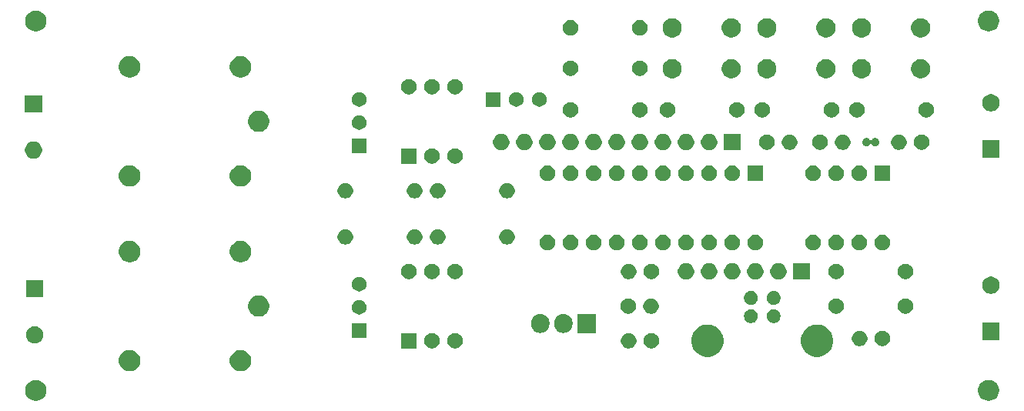
<source format=gbr>
G04 #@! TF.GenerationSoftware,KiCad,Pcbnew,(5.1.6)-1*
G04 #@! TF.CreationDate,2020-08-24T17:46:23+02:00*
G04 #@! TF.ProjectId,timer,74696d65-722e-46b6-9963-61645f706362,1*
G04 #@! TF.SameCoordinates,Original*
G04 #@! TF.FileFunction,Soldermask,Bot*
G04 #@! TF.FilePolarity,Negative*
%FSLAX46Y46*%
G04 Gerber Fmt 4.6, Leading zero omitted, Abs format (unit mm)*
G04 Created by KiCad (PCBNEW (5.1.6)-1) date 2020-08-24 17:46:23*
%MOMM*%
%LPD*%
G01*
G04 APERTURE LIST*
%ADD10C,0.100000*%
G04 APERTURE END LIST*
D10*
G36*
X190978549Y-101614116D02*
G01*
X191089734Y-101636232D01*
X191299203Y-101722997D01*
X191487720Y-101848960D01*
X191648040Y-102009280D01*
X191774003Y-102197797D01*
X191860768Y-102407266D01*
X191905000Y-102629636D01*
X191905000Y-102856364D01*
X191860768Y-103078734D01*
X191774003Y-103288203D01*
X191648040Y-103476720D01*
X191487720Y-103637040D01*
X191299203Y-103763003D01*
X191089734Y-103849768D01*
X190978549Y-103871884D01*
X190867365Y-103894000D01*
X190640635Y-103894000D01*
X190529451Y-103871884D01*
X190418266Y-103849768D01*
X190208797Y-103763003D01*
X190020280Y-103637040D01*
X189859960Y-103476720D01*
X189733997Y-103288203D01*
X189647232Y-103078734D01*
X189603000Y-102856364D01*
X189603000Y-102629636D01*
X189647232Y-102407266D01*
X189733997Y-102197797D01*
X189859960Y-102009280D01*
X190020280Y-101848960D01*
X190208797Y-101722997D01*
X190418266Y-101636232D01*
X190529451Y-101614116D01*
X190640635Y-101592000D01*
X190867365Y-101592000D01*
X190978549Y-101614116D01*
G37*
G36*
X86203549Y-101614116D02*
G01*
X86314734Y-101636232D01*
X86524203Y-101722997D01*
X86712720Y-101848960D01*
X86873040Y-102009280D01*
X86999003Y-102197797D01*
X87085768Y-102407266D01*
X87130000Y-102629636D01*
X87130000Y-102856364D01*
X87085768Y-103078734D01*
X86999003Y-103288203D01*
X86873040Y-103476720D01*
X86712720Y-103637040D01*
X86524203Y-103763003D01*
X86314734Y-103849768D01*
X86203549Y-103871884D01*
X86092365Y-103894000D01*
X85865635Y-103894000D01*
X85754451Y-103871884D01*
X85643266Y-103849768D01*
X85433797Y-103763003D01*
X85245280Y-103637040D01*
X85084960Y-103476720D01*
X84958997Y-103288203D01*
X84872232Y-103078734D01*
X84828000Y-102856364D01*
X84828000Y-102629636D01*
X84872232Y-102407266D01*
X84958997Y-102197797D01*
X85084960Y-102009280D01*
X85245280Y-101848960D01*
X85433797Y-101722997D01*
X85643266Y-101636232D01*
X85754451Y-101614116D01*
X85865635Y-101592000D01*
X86092365Y-101592000D01*
X86203549Y-101614116D01*
G37*
G36*
X96481560Y-98311064D02*
G01*
X96633027Y-98341193D01*
X96847045Y-98429842D01*
X96847046Y-98429843D01*
X97039654Y-98558539D01*
X97203461Y-98722346D01*
X97289258Y-98850751D01*
X97332158Y-98914955D01*
X97420807Y-99128973D01*
X97466000Y-99356174D01*
X97466000Y-99587826D01*
X97420807Y-99815027D01*
X97332158Y-100029045D01*
X97332157Y-100029046D01*
X97203461Y-100221654D01*
X97039654Y-100385461D01*
X96911249Y-100471258D01*
X96847045Y-100514158D01*
X96633027Y-100602807D01*
X96481560Y-100632936D01*
X96405827Y-100648000D01*
X96174173Y-100648000D01*
X96098440Y-100632936D01*
X95946973Y-100602807D01*
X95732955Y-100514158D01*
X95668751Y-100471258D01*
X95540346Y-100385461D01*
X95376539Y-100221654D01*
X95247843Y-100029046D01*
X95247842Y-100029045D01*
X95159193Y-99815027D01*
X95114000Y-99587826D01*
X95114000Y-99356174D01*
X95159193Y-99128973D01*
X95247842Y-98914955D01*
X95290742Y-98850751D01*
X95376539Y-98722346D01*
X95540346Y-98558539D01*
X95732954Y-98429843D01*
X95732955Y-98429842D01*
X95946973Y-98341193D01*
X96098440Y-98311064D01*
X96174173Y-98296000D01*
X96405827Y-98296000D01*
X96481560Y-98311064D01*
G37*
G36*
X108681560Y-98311064D02*
G01*
X108833027Y-98341193D01*
X109047045Y-98429842D01*
X109047046Y-98429843D01*
X109239654Y-98558539D01*
X109403461Y-98722346D01*
X109489258Y-98850751D01*
X109532158Y-98914955D01*
X109620807Y-99128973D01*
X109666000Y-99356174D01*
X109666000Y-99587826D01*
X109620807Y-99815027D01*
X109532158Y-100029045D01*
X109532157Y-100029046D01*
X109403461Y-100221654D01*
X109239654Y-100385461D01*
X109111249Y-100471258D01*
X109047045Y-100514158D01*
X108833027Y-100602807D01*
X108681560Y-100632936D01*
X108605827Y-100648000D01*
X108374173Y-100648000D01*
X108298440Y-100632936D01*
X108146973Y-100602807D01*
X107932955Y-100514158D01*
X107868751Y-100471258D01*
X107740346Y-100385461D01*
X107576539Y-100221654D01*
X107447843Y-100029046D01*
X107447842Y-100029045D01*
X107359193Y-99815027D01*
X107314000Y-99587826D01*
X107314000Y-99356174D01*
X107359193Y-99128973D01*
X107447842Y-98914955D01*
X107490742Y-98850751D01*
X107576539Y-98722346D01*
X107740346Y-98558539D01*
X107932954Y-98429843D01*
X107932955Y-98429842D01*
X108146973Y-98341193D01*
X108298440Y-98311064D01*
X108374173Y-98296000D01*
X108605827Y-98296000D01*
X108681560Y-98311064D01*
G37*
G36*
X160360039Y-95574250D02*
G01*
X160473434Y-95621220D01*
X160683251Y-95708129D01*
X160974134Y-95902491D01*
X161221509Y-96149866D01*
X161415871Y-96440749D01*
X161471325Y-96574628D01*
X161549750Y-96763961D01*
X161618000Y-97107078D01*
X161618000Y-97456922D01*
X161549750Y-97800039D01*
X161530590Y-97846295D01*
X161415871Y-98123251D01*
X161221509Y-98414134D01*
X160974134Y-98661509D01*
X160683251Y-98855871D01*
X160549372Y-98911325D01*
X160360039Y-98989750D01*
X160016922Y-99058000D01*
X159667078Y-99058000D01*
X159323961Y-98989750D01*
X159134628Y-98911325D01*
X159000749Y-98855871D01*
X158709866Y-98661509D01*
X158462491Y-98414134D01*
X158268129Y-98123251D01*
X158153410Y-97846295D01*
X158134250Y-97800039D01*
X158066000Y-97456922D01*
X158066000Y-97107078D01*
X158134250Y-96763961D01*
X158212675Y-96574628D01*
X158268129Y-96440749D01*
X158462491Y-96149866D01*
X158709866Y-95902491D01*
X159000749Y-95708129D01*
X159210566Y-95621220D01*
X159323961Y-95574250D01*
X159667078Y-95506000D01*
X160016922Y-95506000D01*
X160360039Y-95574250D01*
G37*
G36*
X172400039Y-95574250D02*
G01*
X172513434Y-95621220D01*
X172723251Y-95708129D01*
X173014134Y-95902491D01*
X173261509Y-96149866D01*
X173455871Y-96440749D01*
X173511325Y-96574628D01*
X173589750Y-96763961D01*
X173658000Y-97107078D01*
X173658000Y-97456922D01*
X173589750Y-97800039D01*
X173570590Y-97846295D01*
X173455871Y-98123251D01*
X173261509Y-98414134D01*
X173014134Y-98661509D01*
X172723251Y-98855871D01*
X172589372Y-98911325D01*
X172400039Y-98989750D01*
X172056922Y-99058000D01*
X171707078Y-99058000D01*
X171363961Y-98989750D01*
X171174628Y-98911325D01*
X171040749Y-98855871D01*
X170749866Y-98661509D01*
X170502491Y-98414134D01*
X170308129Y-98123251D01*
X170193410Y-97846295D01*
X170174250Y-97800039D01*
X170106000Y-97456922D01*
X170106000Y-97107078D01*
X170174250Y-96763961D01*
X170252675Y-96574628D01*
X170308129Y-96440749D01*
X170502491Y-96149866D01*
X170749866Y-95902491D01*
X171040749Y-95708129D01*
X171250566Y-95621220D01*
X171363961Y-95574250D01*
X171707078Y-95506000D01*
X172056922Y-95506000D01*
X172400039Y-95574250D01*
G37*
G36*
X151418228Y-96463703D02*
G01*
X151573100Y-96527853D01*
X151712481Y-96620985D01*
X151831015Y-96739519D01*
X151924147Y-96878900D01*
X151988297Y-97033772D01*
X152021000Y-97198184D01*
X152021000Y-97365816D01*
X151988297Y-97530228D01*
X151924147Y-97685100D01*
X151831015Y-97824481D01*
X151712481Y-97943015D01*
X151573100Y-98036147D01*
X151418228Y-98100297D01*
X151253816Y-98133000D01*
X151086184Y-98133000D01*
X150921772Y-98100297D01*
X150766900Y-98036147D01*
X150627519Y-97943015D01*
X150508985Y-97824481D01*
X150415853Y-97685100D01*
X150351703Y-97530228D01*
X150319000Y-97365816D01*
X150319000Y-97198184D01*
X150351703Y-97033772D01*
X150415853Y-96878900D01*
X150508985Y-96739519D01*
X150627519Y-96620985D01*
X150766900Y-96527853D01*
X150921772Y-96463703D01*
X151086184Y-96431000D01*
X151253816Y-96431000D01*
X151418228Y-96463703D01*
G37*
G36*
X132328228Y-96463703D02*
G01*
X132483100Y-96527853D01*
X132622481Y-96620985D01*
X132741015Y-96739519D01*
X132834147Y-96878900D01*
X132898297Y-97033772D01*
X132931000Y-97198184D01*
X132931000Y-97365816D01*
X132898297Y-97530228D01*
X132834147Y-97685100D01*
X132741015Y-97824481D01*
X132622481Y-97943015D01*
X132483100Y-98036147D01*
X132328228Y-98100297D01*
X132163816Y-98133000D01*
X131996184Y-98133000D01*
X131831772Y-98100297D01*
X131676900Y-98036147D01*
X131537519Y-97943015D01*
X131418985Y-97824481D01*
X131325853Y-97685100D01*
X131261703Y-97530228D01*
X131229000Y-97365816D01*
X131229000Y-97198184D01*
X131261703Y-97033772D01*
X131325853Y-96878900D01*
X131418985Y-96739519D01*
X131537519Y-96620985D01*
X131676900Y-96527853D01*
X131831772Y-96463703D01*
X131996184Y-96431000D01*
X132163816Y-96431000D01*
X132328228Y-96463703D01*
G37*
G36*
X129788228Y-96463703D02*
G01*
X129943100Y-96527853D01*
X130082481Y-96620985D01*
X130201015Y-96739519D01*
X130294147Y-96878900D01*
X130358297Y-97033772D01*
X130391000Y-97198184D01*
X130391000Y-97365816D01*
X130358297Y-97530228D01*
X130294147Y-97685100D01*
X130201015Y-97824481D01*
X130082481Y-97943015D01*
X129943100Y-98036147D01*
X129788228Y-98100297D01*
X129623816Y-98133000D01*
X129456184Y-98133000D01*
X129291772Y-98100297D01*
X129136900Y-98036147D01*
X128997519Y-97943015D01*
X128878985Y-97824481D01*
X128785853Y-97685100D01*
X128721703Y-97530228D01*
X128689000Y-97365816D01*
X128689000Y-97198184D01*
X128721703Y-97033772D01*
X128785853Y-96878900D01*
X128878985Y-96739519D01*
X128997519Y-96620985D01*
X129136900Y-96527853D01*
X129291772Y-96463703D01*
X129456184Y-96431000D01*
X129623816Y-96431000D01*
X129788228Y-96463703D01*
G37*
G36*
X127851000Y-98133000D02*
G01*
X126149000Y-98133000D01*
X126149000Y-96431000D01*
X127851000Y-96431000D01*
X127851000Y-98133000D01*
G37*
G36*
X153918228Y-96463703D02*
G01*
X154073100Y-96527853D01*
X154212481Y-96620985D01*
X154331015Y-96739519D01*
X154424147Y-96878900D01*
X154488297Y-97033772D01*
X154521000Y-97198184D01*
X154521000Y-97365816D01*
X154488297Y-97530228D01*
X154424147Y-97685100D01*
X154331015Y-97824481D01*
X154212481Y-97943015D01*
X154073100Y-98036147D01*
X153918228Y-98100297D01*
X153753816Y-98133000D01*
X153586184Y-98133000D01*
X153421772Y-98100297D01*
X153266900Y-98036147D01*
X153127519Y-97943015D01*
X153008985Y-97824481D01*
X152915853Y-97685100D01*
X152851703Y-97530228D01*
X152819000Y-97365816D01*
X152819000Y-97198184D01*
X152851703Y-97033772D01*
X152915853Y-96878900D01*
X153008985Y-96739519D01*
X153127519Y-96620985D01*
X153266900Y-96527853D01*
X153421772Y-96463703D01*
X153586184Y-96431000D01*
X153753816Y-96431000D01*
X153918228Y-96463703D01*
G37*
G36*
X179318228Y-96209703D02*
G01*
X179473100Y-96273853D01*
X179612481Y-96366985D01*
X179731015Y-96485519D01*
X179824147Y-96624900D01*
X179888297Y-96779772D01*
X179921000Y-96944184D01*
X179921000Y-97111816D01*
X179888297Y-97276228D01*
X179824147Y-97431100D01*
X179731015Y-97570481D01*
X179612481Y-97689015D01*
X179473100Y-97782147D01*
X179318228Y-97846297D01*
X179153816Y-97879000D01*
X178986184Y-97879000D01*
X178821772Y-97846297D01*
X178666900Y-97782147D01*
X178527519Y-97689015D01*
X178408985Y-97570481D01*
X178315853Y-97431100D01*
X178251703Y-97276228D01*
X178219000Y-97111816D01*
X178219000Y-96944184D01*
X178251703Y-96779772D01*
X178315853Y-96624900D01*
X178408985Y-96485519D01*
X178527519Y-96366985D01*
X178666900Y-96273853D01*
X178821772Y-96209703D01*
X178986184Y-96177000D01*
X179153816Y-96177000D01*
X179318228Y-96209703D01*
G37*
G36*
X176818228Y-96209703D02*
G01*
X176973100Y-96273853D01*
X177112481Y-96366985D01*
X177231015Y-96485519D01*
X177324147Y-96624900D01*
X177388297Y-96779772D01*
X177421000Y-96944184D01*
X177421000Y-97111816D01*
X177388297Y-97276228D01*
X177324147Y-97431100D01*
X177231015Y-97570481D01*
X177112481Y-97689015D01*
X176973100Y-97782147D01*
X176818228Y-97846297D01*
X176653816Y-97879000D01*
X176486184Y-97879000D01*
X176321772Y-97846297D01*
X176166900Y-97782147D01*
X176027519Y-97689015D01*
X175908985Y-97570481D01*
X175815853Y-97431100D01*
X175751703Y-97276228D01*
X175719000Y-97111816D01*
X175719000Y-96944184D01*
X175751703Y-96779772D01*
X175815853Y-96624900D01*
X175908985Y-96485519D01*
X176027519Y-96366985D01*
X176166900Y-96273853D01*
X176321772Y-96209703D01*
X176486184Y-96177000D01*
X176653816Y-96177000D01*
X176818228Y-96209703D01*
G37*
G36*
X86129395Y-95732546D02*
G01*
X86302466Y-95804234D01*
X86379818Y-95855919D01*
X86458227Y-95908310D01*
X86590690Y-96040773D01*
X86590691Y-96040775D01*
X86694766Y-96196534D01*
X86766454Y-96369605D01*
X86803000Y-96553333D01*
X86803000Y-96740667D01*
X86766454Y-96924395D01*
X86694766Y-97097466D01*
X86643081Y-97174818D01*
X86590690Y-97253227D01*
X86458227Y-97385690D01*
X86390270Y-97431097D01*
X86302466Y-97489766D01*
X86129395Y-97561454D01*
X85945667Y-97598000D01*
X85758333Y-97598000D01*
X85574605Y-97561454D01*
X85401534Y-97489766D01*
X85313730Y-97431097D01*
X85245773Y-97385690D01*
X85113310Y-97253227D01*
X85060919Y-97174818D01*
X85009234Y-97097466D01*
X84937546Y-96924395D01*
X84901000Y-96740667D01*
X84901000Y-96553333D01*
X84937546Y-96369605D01*
X85009234Y-96196534D01*
X85113309Y-96040775D01*
X85113310Y-96040773D01*
X85245773Y-95908310D01*
X85324182Y-95855919D01*
X85401534Y-95804234D01*
X85574605Y-95732546D01*
X85758333Y-95696000D01*
X85945667Y-95696000D01*
X86129395Y-95732546D01*
G37*
G36*
X191959000Y-97217000D02*
G01*
X190057000Y-97217000D01*
X190057000Y-95315000D01*
X191959000Y-95315000D01*
X191959000Y-97217000D01*
G37*
G36*
X122340000Y-96940000D02*
G01*
X120738000Y-96940000D01*
X120738000Y-95338000D01*
X122340000Y-95338000D01*
X122340000Y-96940000D01*
G37*
G36*
X144189320Y-94340520D02*
G01*
X144378481Y-94397901D01*
X144552812Y-94491083D01*
X144705615Y-94616485D01*
X144831017Y-94769288D01*
X144844212Y-94793974D01*
X144924198Y-94943617D01*
X144924199Y-94943620D01*
X144981580Y-95132781D01*
X144996100Y-95280207D01*
X144996100Y-95473794D01*
X144981580Y-95621220D01*
X144924199Y-95810381D01*
X144831017Y-95984712D01*
X144705615Y-96137515D01*
X144552812Y-96262917D01*
X144470933Y-96306682D01*
X144378483Y-96356098D01*
X144378480Y-96356099D01*
X144189319Y-96413480D01*
X143992600Y-96432855D01*
X143795880Y-96413480D01*
X143606719Y-96356099D01*
X143432388Y-96262917D01*
X143279585Y-96137515D01*
X143154183Y-95984712D01*
X143110235Y-95902491D01*
X143061002Y-95810383D01*
X143037391Y-95732547D01*
X143003620Y-95621219D01*
X142989100Y-95473793D01*
X142989100Y-95280206D01*
X143003620Y-95132780D01*
X143061001Y-94943619D01*
X143154183Y-94769288D01*
X143279585Y-94616485D01*
X143432388Y-94491083D01*
X143606720Y-94397901D01*
X143795881Y-94340520D01*
X143992600Y-94321145D01*
X144189320Y-94340520D01*
G37*
G36*
X141649320Y-94340520D02*
G01*
X141838481Y-94397901D01*
X142012812Y-94491083D01*
X142165615Y-94616485D01*
X142291017Y-94769288D01*
X142304212Y-94793974D01*
X142384198Y-94943617D01*
X142384199Y-94943620D01*
X142441580Y-95132781D01*
X142456100Y-95280207D01*
X142456100Y-95473794D01*
X142441580Y-95621220D01*
X142384199Y-95810381D01*
X142291017Y-95984712D01*
X142165615Y-96137515D01*
X142012812Y-96262917D01*
X141930933Y-96306682D01*
X141838483Y-96356098D01*
X141838480Y-96356099D01*
X141649319Y-96413480D01*
X141452600Y-96432855D01*
X141255880Y-96413480D01*
X141066719Y-96356099D01*
X140892388Y-96262917D01*
X140739585Y-96137515D01*
X140614183Y-95984712D01*
X140570235Y-95902491D01*
X140521002Y-95810383D01*
X140497391Y-95732547D01*
X140463620Y-95621219D01*
X140449100Y-95473793D01*
X140449100Y-95280206D01*
X140463620Y-95132780D01*
X140521001Y-94943619D01*
X140614183Y-94769288D01*
X140739585Y-94616485D01*
X140892388Y-94491083D01*
X141066720Y-94397901D01*
X141255881Y-94340520D01*
X141452600Y-94321145D01*
X141649320Y-94340520D01*
G37*
G36*
X147536100Y-96428000D02*
G01*
X145529100Y-96428000D01*
X145529100Y-94326000D01*
X147536100Y-94326000D01*
X147536100Y-96428000D01*
G37*
G36*
X167333974Y-93840244D02*
G01*
X167418123Y-93875100D01*
X167472469Y-93897611D01*
X167597109Y-93980893D01*
X167703107Y-94086891D01*
X167703108Y-94086893D01*
X167786390Y-94211533D01*
X167843756Y-94350026D01*
X167873000Y-94497047D01*
X167873000Y-94646953D01*
X167843756Y-94793974D01*
X167786390Y-94932467D01*
X167786389Y-94932469D01*
X167703107Y-95057109D01*
X167597109Y-95163107D01*
X167472469Y-95246389D01*
X167472468Y-95246390D01*
X167472467Y-95246390D01*
X167333974Y-95303756D01*
X167186953Y-95333000D01*
X167037047Y-95333000D01*
X166890026Y-95303756D01*
X166751533Y-95246390D01*
X166751532Y-95246390D01*
X166751531Y-95246389D01*
X166626891Y-95163107D01*
X166520893Y-95057109D01*
X166437611Y-94932469D01*
X166437610Y-94932467D01*
X166380244Y-94793974D01*
X166351000Y-94646953D01*
X166351000Y-94497047D01*
X166380244Y-94350026D01*
X166437610Y-94211533D01*
X166520892Y-94086893D01*
X166520893Y-94086891D01*
X166626891Y-93980893D01*
X166751531Y-93897611D01*
X166805877Y-93875100D01*
X166890026Y-93840244D01*
X167037047Y-93811000D01*
X167186953Y-93811000D01*
X167333974Y-93840244D01*
G37*
G36*
X164833974Y-93840244D02*
G01*
X164918123Y-93875100D01*
X164972469Y-93897611D01*
X165097109Y-93980893D01*
X165203107Y-94086891D01*
X165203108Y-94086893D01*
X165286390Y-94211533D01*
X165343756Y-94350026D01*
X165373000Y-94497047D01*
X165373000Y-94646953D01*
X165343756Y-94793974D01*
X165286390Y-94932467D01*
X165286389Y-94932469D01*
X165203107Y-95057109D01*
X165097109Y-95163107D01*
X164972469Y-95246389D01*
X164972468Y-95246390D01*
X164972467Y-95246390D01*
X164833974Y-95303756D01*
X164686953Y-95333000D01*
X164537047Y-95333000D01*
X164390026Y-95303756D01*
X164251533Y-95246390D01*
X164251532Y-95246390D01*
X164251531Y-95246389D01*
X164126891Y-95163107D01*
X164020893Y-95057109D01*
X163937611Y-94932469D01*
X163937610Y-94932467D01*
X163880244Y-94793974D01*
X163851000Y-94646953D01*
X163851000Y-94497047D01*
X163880244Y-94350026D01*
X163937610Y-94211533D01*
X164020892Y-94086893D01*
X164020893Y-94086891D01*
X164126891Y-93980893D01*
X164251531Y-93897611D01*
X164305877Y-93875100D01*
X164390026Y-93840244D01*
X164537047Y-93811000D01*
X164686953Y-93811000D01*
X164833974Y-93840244D01*
G37*
G36*
X110681560Y-92311064D02*
G01*
X110833027Y-92341193D01*
X111047045Y-92429842D01*
X111047046Y-92429843D01*
X111239654Y-92558539D01*
X111403461Y-92722346D01*
X111454011Y-92798000D01*
X111532158Y-92914955D01*
X111620807Y-93128973D01*
X111638831Y-93219586D01*
X111661391Y-93333000D01*
X111666000Y-93356174D01*
X111666000Y-93587826D01*
X111620807Y-93815027D01*
X111532158Y-94029045D01*
X111532157Y-94029046D01*
X111403461Y-94221654D01*
X111239654Y-94385461D01*
X111111249Y-94471258D01*
X111047045Y-94514158D01*
X110833027Y-94602807D01*
X110681560Y-94632936D01*
X110605827Y-94648000D01*
X110374173Y-94648000D01*
X110298440Y-94632936D01*
X110146973Y-94602807D01*
X109932955Y-94514158D01*
X109868751Y-94471258D01*
X109740346Y-94385461D01*
X109576539Y-94221654D01*
X109447843Y-94029046D01*
X109447842Y-94029045D01*
X109359193Y-93815027D01*
X109314000Y-93587826D01*
X109314000Y-93356174D01*
X109318610Y-93333000D01*
X109341169Y-93219586D01*
X109359193Y-93128973D01*
X109447842Y-92914955D01*
X109525989Y-92798000D01*
X109576539Y-92722346D01*
X109740346Y-92558539D01*
X109932954Y-92429843D01*
X109932955Y-92429842D01*
X110146973Y-92341193D01*
X110298440Y-92311064D01*
X110374173Y-92296000D01*
X110605827Y-92296000D01*
X110681560Y-92311064D01*
G37*
G36*
X121772642Y-92828781D02*
G01*
X121918414Y-92889162D01*
X121918416Y-92889163D01*
X122049608Y-92976822D01*
X122161178Y-93088392D01*
X122211101Y-93163108D01*
X122248838Y-93219586D01*
X122309219Y-93365358D01*
X122340000Y-93520107D01*
X122340000Y-93677893D01*
X122309219Y-93832642D01*
X122248838Y-93978414D01*
X122248837Y-93978416D01*
X122161178Y-94109608D01*
X122049608Y-94221178D01*
X121918416Y-94308837D01*
X121918415Y-94308838D01*
X121918414Y-94308838D01*
X121772642Y-94369219D01*
X121617893Y-94400000D01*
X121460107Y-94400000D01*
X121305358Y-94369219D01*
X121159586Y-94308838D01*
X121159585Y-94308838D01*
X121159584Y-94308837D01*
X121028392Y-94221178D01*
X120916822Y-94109608D01*
X120829163Y-93978416D01*
X120829162Y-93978414D01*
X120768781Y-93832642D01*
X120738000Y-93677893D01*
X120738000Y-93520107D01*
X120768781Y-93365358D01*
X120829162Y-93219586D01*
X120866899Y-93163108D01*
X120916822Y-93088392D01*
X121028392Y-92976822D01*
X121159584Y-92889163D01*
X121159586Y-92889162D01*
X121305358Y-92828781D01*
X121460107Y-92798000D01*
X121617893Y-92798000D01*
X121772642Y-92828781D01*
G37*
G36*
X174238228Y-92653703D02*
G01*
X174393100Y-92717853D01*
X174532481Y-92810985D01*
X174651015Y-92929519D01*
X174744147Y-93068900D01*
X174808297Y-93223772D01*
X174841000Y-93388184D01*
X174841000Y-93555816D01*
X174808297Y-93720228D01*
X174744147Y-93875100D01*
X174651015Y-94014481D01*
X174532481Y-94133015D01*
X174393100Y-94226147D01*
X174238228Y-94290297D01*
X174073816Y-94323000D01*
X173906184Y-94323000D01*
X173741772Y-94290297D01*
X173586900Y-94226147D01*
X173447519Y-94133015D01*
X173328985Y-94014481D01*
X173235853Y-93875100D01*
X173171703Y-93720228D01*
X173139000Y-93555816D01*
X173139000Y-93388184D01*
X173171703Y-93223772D01*
X173235853Y-93068900D01*
X173328985Y-92929519D01*
X173447519Y-92810985D01*
X173586900Y-92717853D01*
X173741772Y-92653703D01*
X173906184Y-92621000D01*
X174073816Y-92621000D01*
X174238228Y-92653703D01*
G37*
G36*
X181858228Y-92653703D02*
G01*
X182013100Y-92717853D01*
X182152481Y-92810985D01*
X182271015Y-92929519D01*
X182364147Y-93068900D01*
X182428297Y-93223772D01*
X182461000Y-93388184D01*
X182461000Y-93555816D01*
X182428297Y-93720228D01*
X182364147Y-93875100D01*
X182271015Y-94014481D01*
X182152481Y-94133015D01*
X182013100Y-94226147D01*
X181858228Y-94290297D01*
X181693816Y-94323000D01*
X181526184Y-94323000D01*
X181361772Y-94290297D01*
X181206900Y-94226147D01*
X181067519Y-94133015D01*
X180948985Y-94014481D01*
X180855853Y-93875100D01*
X180791703Y-93720228D01*
X180759000Y-93555816D01*
X180759000Y-93388184D01*
X180791703Y-93223772D01*
X180855853Y-93068900D01*
X180948985Y-92929519D01*
X181067519Y-92810985D01*
X181206900Y-92717853D01*
X181361772Y-92653703D01*
X181526184Y-92621000D01*
X181693816Y-92621000D01*
X181858228Y-92653703D01*
G37*
G36*
X153878228Y-92653703D02*
G01*
X154033100Y-92717853D01*
X154172481Y-92810985D01*
X154291015Y-92929519D01*
X154384147Y-93068900D01*
X154448297Y-93223772D01*
X154481000Y-93388184D01*
X154481000Y-93555816D01*
X154448297Y-93720228D01*
X154384147Y-93875100D01*
X154291015Y-94014481D01*
X154172481Y-94133015D01*
X154033100Y-94226147D01*
X153878228Y-94290297D01*
X153713816Y-94323000D01*
X153546184Y-94323000D01*
X153381772Y-94290297D01*
X153226900Y-94226147D01*
X153087519Y-94133015D01*
X152968985Y-94014481D01*
X152875853Y-93875100D01*
X152811703Y-93720228D01*
X152779000Y-93555816D01*
X152779000Y-93388184D01*
X152811703Y-93223772D01*
X152875853Y-93068900D01*
X152968985Y-92929519D01*
X153087519Y-92810985D01*
X153226900Y-92717853D01*
X153381772Y-92653703D01*
X153546184Y-92621000D01*
X153713816Y-92621000D01*
X153878228Y-92653703D01*
G37*
G36*
X151378228Y-92653703D02*
G01*
X151533100Y-92717853D01*
X151672481Y-92810985D01*
X151791015Y-92929519D01*
X151884147Y-93068900D01*
X151948297Y-93223772D01*
X151981000Y-93388184D01*
X151981000Y-93555816D01*
X151948297Y-93720228D01*
X151884147Y-93875100D01*
X151791015Y-94014481D01*
X151672481Y-94133015D01*
X151533100Y-94226147D01*
X151378228Y-94290297D01*
X151213816Y-94323000D01*
X151046184Y-94323000D01*
X150881772Y-94290297D01*
X150726900Y-94226147D01*
X150587519Y-94133015D01*
X150468985Y-94014481D01*
X150375853Y-93875100D01*
X150311703Y-93720228D01*
X150279000Y-93555816D01*
X150279000Y-93388184D01*
X150311703Y-93223772D01*
X150375853Y-93068900D01*
X150468985Y-92929519D01*
X150587519Y-92810985D01*
X150726900Y-92717853D01*
X150881772Y-92653703D01*
X151046184Y-92621000D01*
X151213816Y-92621000D01*
X151378228Y-92653703D01*
G37*
G36*
X164833974Y-91840244D02*
G01*
X164972467Y-91897610D01*
X164972469Y-91897611D01*
X165097109Y-91980893D01*
X165203107Y-92086891D01*
X165236589Y-92137000D01*
X165286390Y-92211533D01*
X165343756Y-92350026D01*
X165373000Y-92497047D01*
X165373000Y-92646953D01*
X165343756Y-92793974D01*
X165304327Y-92889163D01*
X165286389Y-92932469D01*
X165203107Y-93057109D01*
X165097109Y-93163107D01*
X164972469Y-93246389D01*
X164972468Y-93246390D01*
X164972467Y-93246390D01*
X164833974Y-93303756D01*
X164686953Y-93333000D01*
X164537047Y-93333000D01*
X164390026Y-93303756D01*
X164251533Y-93246390D01*
X164251532Y-93246390D01*
X164251531Y-93246389D01*
X164126891Y-93163107D01*
X164020893Y-93057109D01*
X163937611Y-92932469D01*
X163919673Y-92889163D01*
X163880244Y-92793974D01*
X163851000Y-92646953D01*
X163851000Y-92497047D01*
X163880244Y-92350026D01*
X163937610Y-92211533D01*
X163987411Y-92137000D01*
X164020893Y-92086891D01*
X164126891Y-91980893D01*
X164251531Y-91897611D01*
X164251533Y-91897610D01*
X164390026Y-91840244D01*
X164537047Y-91811000D01*
X164686953Y-91811000D01*
X164833974Y-91840244D01*
G37*
G36*
X167333974Y-91840244D02*
G01*
X167472467Y-91897610D01*
X167472469Y-91897611D01*
X167597109Y-91980893D01*
X167703107Y-92086891D01*
X167736589Y-92137000D01*
X167786390Y-92211533D01*
X167843756Y-92350026D01*
X167873000Y-92497047D01*
X167873000Y-92646953D01*
X167843756Y-92793974D01*
X167804327Y-92889163D01*
X167786389Y-92932469D01*
X167703107Y-93057109D01*
X167597109Y-93163107D01*
X167472469Y-93246389D01*
X167472468Y-93246390D01*
X167472467Y-93246390D01*
X167333974Y-93303756D01*
X167186953Y-93333000D01*
X167037047Y-93333000D01*
X166890026Y-93303756D01*
X166751533Y-93246390D01*
X166751532Y-93246390D01*
X166751531Y-93246389D01*
X166626891Y-93163107D01*
X166520893Y-93057109D01*
X166437611Y-92932469D01*
X166419673Y-92889163D01*
X166380244Y-92793974D01*
X166351000Y-92646953D01*
X166351000Y-92497047D01*
X166380244Y-92350026D01*
X166437610Y-92211533D01*
X166487411Y-92137000D01*
X166520893Y-92086891D01*
X166626891Y-91980893D01*
X166751531Y-91897611D01*
X166751533Y-91897610D01*
X166890026Y-91840244D01*
X167037047Y-91811000D01*
X167186953Y-91811000D01*
X167333974Y-91840244D01*
G37*
G36*
X86803000Y-92518000D02*
G01*
X84901000Y-92518000D01*
X84901000Y-90616000D01*
X86803000Y-90616000D01*
X86803000Y-92518000D01*
G37*
G36*
X191285395Y-90271546D02*
G01*
X191458466Y-90343234D01*
X191486331Y-90361853D01*
X191614227Y-90447310D01*
X191746690Y-90579773D01*
X191746691Y-90579775D01*
X191850766Y-90735534D01*
X191922454Y-90908605D01*
X191959000Y-91092333D01*
X191959000Y-91279667D01*
X191922454Y-91463395D01*
X191850766Y-91636466D01*
X191850765Y-91636467D01*
X191746690Y-91792227D01*
X191614227Y-91924690D01*
X191535818Y-91977081D01*
X191458466Y-92028766D01*
X191285395Y-92100454D01*
X191101667Y-92137000D01*
X190914333Y-92137000D01*
X190730605Y-92100454D01*
X190557534Y-92028766D01*
X190480182Y-91977081D01*
X190401773Y-91924690D01*
X190269310Y-91792227D01*
X190165235Y-91636467D01*
X190165234Y-91636466D01*
X190093546Y-91463395D01*
X190057000Y-91279667D01*
X190057000Y-91092333D01*
X190093546Y-90908605D01*
X190165234Y-90735534D01*
X190269309Y-90579775D01*
X190269310Y-90579773D01*
X190401773Y-90447310D01*
X190529669Y-90361853D01*
X190557534Y-90343234D01*
X190730605Y-90271546D01*
X190914333Y-90235000D01*
X191101667Y-90235000D01*
X191285395Y-90271546D01*
G37*
G36*
X121772642Y-90288781D02*
G01*
X121904105Y-90343235D01*
X121918416Y-90349163D01*
X122049608Y-90436822D01*
X122161178Y-90548392D01*
X122248837Y-90679584D01*
X122248838Y-90679586D01*
X122309219Y-90825358D01*
X122340000Y-90980107D01*
X122340000Y-91137893D01*
X122309219Y-91292642D01*
X122248838Y-91438414D01*
X122248837Y-91438416D01*
X122161178Y-91569608D01*
X122049608Y-91681178D01*
X121918416Y-91768837D01*
X121918415Y-91768838D01*
X121918414Y-91768838D01*
X121772642Y-91829219D01*
X121617893Y-91860000D01*
X121460107Y-91860000D01*
X121305358Y-91829219D01*
X121159586Y-91768838D01*
X121159585Y-91768838D01*
X121159584Y-91768837D01*
X121028392Y-91681178D01*
X120916822Y-91569608D01*
X120829163Y-91438416D01*
X120829162Y-91438414D01*
X120768781Y-91292642D01*
X120738000Y-91137893D01*
X120738000Y-90980107D01*
X120768781Y-90825358D01*
X120829162Y-90679586D01*
X120829163Y-90679584D01*
X120916822Y-90548392D01*
X121028392Y-90436822D01*
X121159584Y-90349163D01*
X121173895Y-90343235D01*
X121305358Y-90288781D01*
X121460107Y-90258000D01*
X121617893Y-90258000D01*
X121772642Y-90288781D01*
G37*
G36*
X160133512Y-88765927D02*
G01*
X160282812Y-88795624D01*
X160446784Y-88863544D01*
X160594354Y-88962147D01*
X160719853Y-89087646D01*
X160818456Y-89235216D01*
X160886376Y-89399188D01*
X160921000Y-89573259D01*
X160921000Y-89750741D01*
X160886376Y-89924812D01*
X160818456Y-90088784D01*
X160719853Y-90236354D01*
X160594354Y-90361853D01*
X160446784Y-90460456D01*
X160282812Y-90528376D01*
X160133512Y-90558073D01*
X160108742Y-90563000D01*
X159931258Y-90563000D01*
X159906488Y-90558073D01*
X159757188Y-90528376D01*
X159593216Y-90460456D01*
X159445646Y-90361853D01*
X159320147Y-90236354D01*
X159221544Y-90088784D01*
X159153624Y-89924812D01*
X159119000Y-89750741D01*
X159119000Y-89573259D01*
X159153624Y-89399188D01*
X159221544Y-89235216D01*
X159320147Y-89087646D01*
X159445646Y-88962147D01*
X159593216Y-88863544D01*
X159757188Y-88795624D01*
X159906488Y-88765927D01*
X159931258Y-88761000D01*
X160108742Y-88761000D01*
X160133512Y-88765927D01*
G37*
G36*
X171081000Y-90563000D02*
G01*
X169279000Y-90563000D01*
X169279000Y-88761000D01*
X171081000Y-88761000D01*
X171081000Y-90563000D01*
G37*
G36*
X167753512Y-88765927D02*
G01*
X167902812Y-88795624D01*
X168066784Y-88863544D01*
X168214354Y-88962147D01*
X168339853Y-89087646D01*
X168438456Y-89235216D01*
X168506376Y-89399188D01*
X168541000Y-89573259D01*
X168541000Y-89750741D01*
X168506376Y-89924812D01*
X168438456Y-90088784D01*
X168339853Y-90236354D01*
X168214354Y-90361853D01*
X168066784Y-90460456D01*
X167902812Y-90528376D01*
X167753512Y-90558073D01*
X167728742Y-90563000D01*
X167551258Y-90563000D01*
X167526488Y-90558073D01*
X167377188Y-90528376D01*
X167213216Y-90460456D01*
X167065646Y-90361853D01*
X166940147Y-90236354D01*
X166841544Y-90088784D01*
X166773624Y-89924812D01*
X166739000Y-89750741D01*
X166739000Y-89573259D01*
X166773624Y-89399188D01*
X166841544Y-89235216D01*
X166940147Y-89087646D01*
X167065646Y-88962147D01*
X167213216Y-88863544D01*
X167377188Y-88795624D01*
X167526488Y-88765927D01*
X167551258Y-88761000D01*
X167728742Y-88761000D01*
X167753512Y-88765927D01*
G37*
G36*
X165213512Y-88765927D02*
G01*
X165362812Y-88795624D01*
X165526784Y-88863544D01*
X165674354Y-88962147D01*
X165799853Y-89087646D01*
X165898456Y-89235216D01*
X165966376Y-89399188D01*
X166001000Y-89573259D01*
X166001000Y-89750741D01*
X165966376Y-89924812D01*
X165898456Y-90088784D01*
X165799853Y-90236354D01*
X165674354Y-90361853D01*
X165526784Y-90460456D01*
X165362812Y-90528376D01*
X165213512Y-90558073D01*
X165188742Y-90563000D01*
X165011258Y-90563000D01*
X164986488Y-90558073D01*
X164837188Y-90528376D01*
X164673216Y-90460456D01*
X164525646Y-90361853D01*
X164400147Y-90236354D01*
X164301544Y-90088784D01*
X164233624Y-89924812D01*
X164199000Y-89750741D01*
X164199000Y-89573259D01*
X164233624Y-89399188D01*
X164301544Y-89235216D01*
X164400147Y-89087646D01*
X164525646Y-88962147D01*
X164673216Y-88863544D01*
X164837188Y-88795624D01*
X164986488Y-88765927D01*
X165011258Y-88761000D01*
X165188742Y-88761000D01*
X165213512Y-88765927D01*
G37*
G36*
X162673512Y-88765927D02*
G01*
X162822812Y-88795624D01*
X162986784Y-88863544D01*
X163134354Y-88962147D01*
X163259853Y-89087646D01*
X163358456Y-89235216D01*
X163426376Y-89399188D01*
X163461000Y-89573259D01*
X163461000Y-89750741D01*
X163426376Y-89924812D01*
X163358456Y-90088784D01*
X163259853Y-90236354D01*
X163134354Y-90361853D01*
X162986784Y-90460456D01*
X162822812Y-90528376D01*
X162673512Y-90558073D01*
X162648742Y-90563000D01*
X162471258Y-90563000D01*
X162446488Y-90558073D01*
X162297188Y-90528376D01*
X162133216Y-90460456D01*
X161985646Y-90361853D01*
X161860147Y-90236354D01*
X161761544Y-90088784D01*
X161693624Y-89924812D01*
X161659000Y-89750741D01*
X161659000Y-89573259D01*
X161693624Y-89399188D01*
X161761544Y-89235216D01*
X161860147Y-89087646D01*
X161985646Y-88962147D01*
X162133216Y-88863544D01*
X162297188Y-88795624D01*
X162446488Y-88765927D01*
X162471258Y-88761000D01*
X162648742Y-88761000D01*
X162673512Y-88765927D01*
G37*
G36*
X157593512Y-88765927D02*
G01*
X157742812Y-88795624D01*
X157906784Y-88863544D01*
X158054354Y-88962147D01*
X158179853Y-89087646D01*
X158278456Y-89235216D01*
X158346376Y-89399188D01*
X158381000Y-89573259D01*
X158381000Y-89750741D01*
X158346376Y-89924812D01*
X158278456Y-90088784D01*
X158179853Y-90236354D01*
X158054354Y-90361853D01*
X157906784Y-90460456D01*
X157742812Y-90528376D01*
X157593512Y-90558073D01*
X157568742Y-90563000D01*
X157391258Y-90563000D01*
X157366488Y-90558073D01*
X157217188Y-90528376D01*
X157053216Y-90460456D01*
X156905646Y-90361853D01*
X156780147Y-90236354D01*
X156681544Y-90088784D01*
X156613624Y-89924812D01*
X156579000Y-89750741D01*
X156579000Y-89573259D01*
X156613624Y-89399188D01*
X156681544Y-89235216D01*
X156780147Y-89087646D01*
X156905646Y-88962147D01*
X157053216Y-88863544D01*
X157217188Y-88795624D01*
X157366488Y-88765927D01*
X157391258Y-88761000D01*
X157568742Y-88761000D01*
X157593512Y-88765927D01*
G37*
G36*
X132328228Y-88843703D02*
G01*
X132483100Y-88907853D01*
X132622481Y-89000985D01*
X132741015Y-89119519D01*
X132834147Y-89258900D01*
X132898297Y-89413772D01*
X132931000Y-89578184D01*
X132931000Y-89745816D01*
X132898297Y-89910228D01*
X132834147Y-90065100D01*
X132741015Y-90204481D01*
X132622481Y-90323015D01*
X132483100Y-90416147D01*
X132328228Y-90480297D01*
X132163816Y-90513000D01*
X131996184Y-90513000D01*
X131831772Y-90480297D01*
X131676900Y-90416147D01*
X131537519Y-90323015D01*
X131418985Y-90204481D01*
X131325853Y-90065100D01*
X131261703Y-89910228D01*
X131229000Y-89745816D01*
X131229000Y-89578184D01*
X131261703Y-89413772D01*
X131325853Y-89258900D01*
X131418985Y-89119519D01*
X131537519Y-89000985D01*
X131676900Y-88907853D01*
X131831772Y-88843703D01*
X131996184Y-88811000D01*
X132163816Y-88811000D01*
X132328228Y-88843703D01*
G37*
G36*
X174238228Y-88843703D02*
G01*
X174393100Y-88907853D01*
X174532481Y-89000985D01*
X174651015Y-89119519D01*
X174744147Y-89258900D01*
X174808297Y-89413772D01*
X174841000Y-89578184D01*
X174841000Y-89745816D01*
X174808297Y-89910228D01*
X174744147Y-90065100D01*
X174651015Y-90204481D01*
X174532481Y-90323015D01*
X174393100Y-90416147D01*
X174238228Y-90480297D01*
X174073816Y-90513000D01*
X173906184Y-90513000D01*
X173741772Y-90480297D01*
X173586900Y-90416147D01*
X173447519Y-90323015D01*
X173328985Y-90204481D01*
X173235853Y-90065100D01*
X173171703Y-89910228D01*
X173139000Y-89745816D01*
X173139000Y-89578184D01*
X173171703Y-89413772D01*
X173235853Y-89258900D01*
X173328985Y-89119519D01*
X173447519Y-89000985D01*
X173586900Y-88907853D01*
X173741772Y-88843703D01*
X173906184Y-88811000D01*
X174073816Y-88811000D01*
X174238228Y-88843703D01*
G37*
G36*
X153918228Y-88843703D02*
G01*
X154073100Y-88907853D01*
X154212481Y-89000985D01*
X154331015Y-89119519D01*
X154424147Y-89258900D01*
X154488297Y-89413772D01*
X154521000Y-89578184D01*
X154521000Y-89745816D01*
X154488297Y-89910228D01*
X154424147Y-90065100D01*
X154331015Y-90204481D01*
X154212481Y-90323015D01*
X154073100Y-90416147D01*
X153918228Y-90480297D01*
X153753816Y-90513000D01*
X153586184Y-90513000D01*
X153421772Y-90480297D01*
X153266900Y-90416147D01*
X153127519Y-90323015D01*
X153008985Y-90204481D01*
X152915853Y-90065100D01*
X152851703Y-89910228D01*
X152819000Y-89745816D01*
X152819000Y-89578184D01*
X152851703Y-89413772D01*
X152915853Y-89258900D01*
X153008985Y-89119519D01*
X153127519Y-89000985D01*
X153266900Y-88907853D01*
X153421772Y-88843703D01*
X153586184Y-88811000D01*
X153753816Y-88811000D01*
X153918228Y-88843703D01*
G37*
G36*
X151418228Y-88843703D02*
G01*
X151573100Y-88907853D01*
X151712481Y-89000985D01*
X151831015Y-89119519D01*
X151924147Y-89258900D01*
X151988297Y-89413772D01*
X152021000Y-89578184D01*
X152021000Y-89745816D01*
X151988297Y-89910228D01*
X151924147Y-90065100D01*
X151831015Y-90204481D01*
X151712481Y-90323015D01*
X151573100Y-90416147D01*
X151418228Y-90480297D01*
X151253816Y-90513000D01*
X151086184Y-90513000D01*
X150921772Y-90480297D01*
X150766900Y-90416147D01*
X150627519Y-90323015D01*
X150508985Y-90204481D01*
X150415853Y-90065100D01*
X150351703Y-89910228D01*
X150319000Y-89745816D01*
X150319000Y-89578184D01*
X150351703Y-89413772D01*
X150415853Y-89258900D01*
X150508985Y-89119519D01*
X150627519Y-89000985D01*
X150766900Y-88907853D01*
X150921772Y-88843703D01*
X151086184Y-88811000D01*
X151253816Y-88811000D01*
X151418228Y-88843703D01*
G37*
G36*
X129788228Y-88843703D02*
G01*
X129943100Y-88907853D01*
X130082481Y-89000985D01*
X130201015Y-89119519D01*
X130294147Y-89258900D01*
X130358297Y-89413772D01*
X130391000Y-89578184D01*
X130391000Y-89745816D01*
X130358297Y-89910228D01*
X130294147Y-90065100D01*
X130201015Y-90204481D01*
X130082481Y-90323015D01*
X129943100Y-90416147D01*
X129788228Y-90480297D01*
X129623816Y-90513000D01*
X129456184Y-90513000D01*
X129291772Y-90480297D01*
X129136900Y-90416147D01*
X128997519Y-90323015D01*
X128878985Y-90204481D01*
X128785853Y-90065100D01*
X128721703Y-89910228D01*
X128689000Y-89745816D01*
X128689000Y-89578184D01*
X128721703Y-89413772D01*
X128785853Y-89258900D01*
X128878985Y-89119519D01*
X128997519Y-89000985D01*
X129136900Y-88907853D01*
X129291772Y-88843703D01*
X129456184Y-88811000D01*
X129623816Y-88811000D01*
X129788228Y-88843703D01*
G37*
G36*
X181858228Y-88843703D02*
G01*
X182013100Y-88907853D01*
X182152481Y-89000985D01*
X182271015Y-89119519D01*
X182364147Y-89258900D01*
X182428297Y-89413772D01*
X182461000Y-89578184D01*
X182461000Y-89745816D01*
X182428297Y-89910228D01*
X182364147Y-90065100D01*
X182271015Y-90204481D01*
X182152481Y-90323015D01*
X182013100Y-90416147D01*
X181858228Y-90480297D01*
X181693816Y-90513000D01*
X181526184Y-90513000D01*
X181361772Y-90480297D01*
X181206900Y-90416147D01*
X181067519Y-90323015D01*
X180948985Y-90204481D01*
X180855853Y-90065100D01*
X180791703Y-89910228D01*
X180759000Y-89745816D01*
X180759000Y-89578184D01*
X180791703Y-89413772D01*
X180855853Y-89258900D01*
X180948985Y-89119519D01*
X181067519Y-89000985D01*
X181206900Y-88907853D01*
X181361772Y-88843703D01*
X181526184Y-88811000D01*
X181693816Y-88811000D01*
X181858228Y-88843703D01*
G37*
G36*
X127248228Y-88843703D02*
G01*
X127403100Y-88907853D01*
X127542481Y-89000985D01*
X127661015Y-89119519D01*
X127754147Y-89258900D01*
X127818297Y-89413772D01*
X127851000Y-89578184D01*
X127851000Y-89745816D01*
X127818297Y-89910228D01*
X127754147Y-90065100D01*
X127661015Y-90204481D01*
X127542481Y-90323015D01*
X127403100Y-90416147D01*
X127248228Y-90480297D01*
X127083816Y-90513000D01*
X126916184Y-90513000D01*
X126751772Y-90480297D01*
X126596900Y-90416147D01*
X126457519Y-90323015D01*
X126338985Y-90204481D01*
X126245853Y-90065100D01*
X126181703Y-89910228D01*
X126149000Y-89745816D01*
X126149000Y-89578184D01*
X126181703Y-89413772D01*
X126245853Y-89258900D01*
X126338985Y-89119519D01*
X126457519Y-89000985D01*
X126596900Y-88907853D01*
X126751772Y-88843703D01*
X126916184Y-88811000D01*
X127083816Y-88811000D01*
X127248228Y-88843703D01*
G37*
G36*
X96481560Y-86311064D02*
G01*
X96633027Y-86341193D01*
X96847045Y-86429842D01*
X96847046Y-86429843D01*
X97039654Y-86558539D01*
X97203461Y-86722346D01*
X97212068Y-86735228D01*
X97332158Y-86914955D01*
X97420807Y-87128973D01*
X97466000Y-87356174D01*
X97466000Y-87587826D01*
X97420807Y-87815027D01*
X97332158Y-88029045D01*
X97332157Y-88029046D01*
X97203461Y-88221654D01*
X97039654Y-88385461D01*
X96911249Y-88471258D01*
X96847045Y-88514158D01*
X96633027Y-88602807D01*
X96481560Y-88632936D01*
X96405827Y-88648000D01*
X96174173Y-88648000D01*
X96098440Y-88632936D01*
X95946973Y-88602807D01*
X95732955Y-88514158D01*
X95668751Y-88471258D01*
X95540346Y-88385461D01*
X95376539Y-88221654D01*
X95247843Y-88029046D01*
X95247842Y-88029045D01*
X95159193Y-87815027D01*
X95114000Y-87587826D01*
X95114000Y-87356174D01*
X95159193Y-87128973D01*
X95247842Y-86914955D01*
X95367932Y-86735228D01*
X95376539Y-86722346D01*
X95540346Y-86558539D01*
X95732954Y-86429843D01*
X95732955Y-86429842D01*
X95946973Y-86341193D01*
X96098440Y-86311064D01*
X96174173Y-86296000D01*
X96405827Y-86296000D01*
X96481560Y-86311064D01*
G37*
G36*
X108681560Y-86311064D02*
G01*
X108833027Y-86341193D01*
X109047045Y-86429842D01*
X109047046Y-86429843D01*
X109239654Y-86558539D01*
X109403461Y-86722346D01*
X109412068Y-86735228D01*
X109532158Y-86914955D01*
X109620807Y-87128973D01*
X109666000Y-87356174D01*
X109666000Y-87587826D01*
X109620807Y-87815027D01*
X109532158Y-88029045D01*
X109532157Y-88029046D01*
X109403461Y-88221654D01*
X109239654Y-88385461D01*
X109111249Y-88471258D01*
X109047045Y-88514158D01*
X108833027Y-88602807D01*
X108681560Y-88632936D01*
X108605827Y-88648000D01*
X108374173Y-88648000D01*
X108298440Y-88632936D01*
X108146973Y-88602807D01*
X107932955Y-88514158D01*
X107868751Y-88471258D01*
X107740346Y-88385461D01*
X107576539Y-88221654D01*
X107447843Y-88029046D01*
X107447842Y-88029045D01*
X107359193Y-87815027D01*
X107314000Y-87587826D01*
X107314000Y-87356174D01*
X107359193Y-87128973D01*
X107447842Y-86914955D01*
X107567932Y-86735228D01*
X107576539Y-86722346D01*
X107740346Y-86558539D01*
X107932954Y-86429843D01*
X107932955Y-86429842D01*
X108146973Y-86341193D01*
X108298440Y-86311064D01*
X108374173Y-86296000D01*
X108605827Y-86296000D01*
X108681560Y-86311064D01*
G37*
G36*
X142488228Y-85668703D02*
G01*
X142643100Y-85732853D01*
X142782481Y-85825985D01*
X142901015Y-85944519D01*
X142994147Y-86083900D01*
X143058297Y-86238772D01*
X143091000Y-86403184D01*
X143091000Y-86570816D01*
X143058297Y-86735228D01*
X142994147Y-86890100D01*
X142901015Y-87029481D01*
X142782481Y-87148015D01*
X142643100Y-87241147D01*
X142488228Y-87305297D01*
X142323816Y-87338000D01*
X142156184Y-87338000D01*
X141991772Y-87305297D01*
X141836900Y-87241147D01*
X141697519Y-87148015D01*
X141578985Y-87029481D01*
X141485853Y-86890100D01*
X141421703Y-86735228D01*
X141389000Y-86570816D01*
X141389000Y-86403184D01*
X141421703Y-86238772D01*
X141485853Y-86083900D01*
X141578985Y-85944519D01*
X141697519Y-85825985D01*
X141836900Y-85732853D01*
X141991772Y-85668703D01*
X142156184Y-85636000D01*
X142323816Y-85636000D01*
X142488228Y-85668703D01*
G37*
G36*
X145028228Y-85668703D02*
G01*
X145183100Y-85732853D01*
X145322481Y-85825985D01*
X145441015Y-85944519D01*
X145534147Y-86083900D01*
X145598297Y-86238772D01*
X145631000Y-86403184D01*
X145631000Y-86570816D01*
X145598297Y-86735228D01*
X145534147Y-86890100D01*
X145441015Y-87029481D01*
X145322481Y-87148015D01*
X145183100Y-87241147D01*
X145028228Y-87305297D01*
X144863816Y-87338000D01*
X144696184Y-87338000D01*
X144531772Y-87305297D01*
X144376900Y-87241147D01*
X144237519Y-87148015D01*
X144118985Y-87029481D01*
X144025853Y-86890100D01*
X143961703Y-86735228D01*
X143929000Y-86570816D01*
X143929000Y-86403184D01*
X143961703Y-86238772D01*
X144025853Y-86083900D01*
X144118985Y-85944519D01*
X144237519Y-85825985D01*
X144376900Y-85732853D01*
X144531772Y-85668703D01*
X144696184Y-85636000D01*
X144863816Y-85636000D01*
X145028228Y-85668703D01*
G37*
G36*
X147568228Y-85668703D02*
G01*
X147723100Y-85732853D01*
X147862481Y-85825985D01*
X147981015Y-85944519D01*
X148074147Y-86083900D01*
X148138297Y-86238772D01*
X148171000Y-86403184D01*
X148171000Y-86570816D01*
X148138297Y-86735228D01*
X148074147Y-86890100D01*
X147981015Y-87029481D01*
X147862481Y-87148015D01*
X147723100Y-87241147D01*
X147568228Y-87305297D01*
X147403816Y-87338000D01*
X147236184Y-87338000D01*
X147071772Y-87305297D01*
X146916900Y-87241147D01*
X146777519Y-87148015D01*
X146658985Y-87029481D01*
X146565853Y-86890100D01*
X146501703Y-86735228D01*
X146469000Y-86570816D01*
X146469000Y-86403184D01*
X146501703Y-86238772D01*
X146565853Y-86083900D01*
X146658985Y-85944519D01*
X146777519Y-85825985D01*
X146916900Y-85732853D01*
X147071772Y-85668703D01*
X147236184Y-85636000D01*
X147403816Y-85636000D01*
X147568228Y-85668703D01*
G37*
G36*
X150108228Y-85668703D02*
G01*
X150263100Y-85732853D01*
X150402481Y-85825985D01*
X150521015Y-85944519D01*
X150614147Y-86083900D01*
X150678297Y-86238772D01*
X150711000Y-86403184D01*
X150711000Y-86570816D01*
X150678297Y-86735228D01*
X150614147Y-86890100D01*
X150521015Y-87029481D01*
X150402481Y-87148015D01*
X150263100Y-87241147D01*
X150108228Y-87305297D01*
X149943816Y-87338000D01*
X149776184Y-87338000D01*
X149611772Y-87305297D01*
X149456900Y-87241147D01*
X149317519Y-87148015D01*
X149198985Y-87029481D01*
X149105853Y-86890100D01*
X149041703Y-86735228D01*
X149009000Y-86570816D01*
X149009000Y-86403184D01*
X149041703Y-86238772D01*
X149105853Y-86083900D01*
X149198985Y-85944519D01*
X149317519Y-85825985D01*
X149456900Y-85732853D01*
X149611772Y-85668703D01*
X149776184Y-85636000D01*
X149943816Y-85636000D01*
X150108228Y-85668703D01*
G37*
G36*
X152648228Y-85668703D02*
G01*
X152803100Y-85732853D01*
X152942481Y-85825985D01*
X153061015Y-85944519D01*
X153154147Y-86083900D01*
X153218297Y-86238772D01*
X153251000Y-86403184D01*
X153251000Y-86570816D01*
X153218297Y-86735228D01*
X153154147Y-86890100D01*
X153061015Y-87029481D01*
X152942481Y-87148015D01*
X152803100Y-87241147D01*
X152648228Y-87305297D01*
X152483816Y-87338000D01*
X152316184Y-87338000D01*
X152151772Y-87305297D01*
X151996900Y-87241147D01*
X151857519Y-87148015D01*
X151738985Y-87029481D01*
X151645853Y-86890100D01*
X151581703Y-86735228D01*
X151549000Y-86570816D01*
X151549000Y-86403184D01*
X151581703Y-86238772D01*
X151645853Y-86083900D01*
X151738985Y-85944519D01*
X151857519Y-85825985D01*
X151996900Y-85732853D01*
X152151772Y-85668703D01*
X152316184Y-85636000D01*
X152483816Y-85636000D01*
X152648228Y-85668703D01*
G37*
G36*
X155188228Y-85668703D02*
G01*
X155343100Y-85732853D01*
X155482481Y-85825985D01*
X155601015Y-85944519D01*
X155694147Y-86083900D01*
X155758297Y-86238772D01*
X155791000Y-86403184D01*
X155791000Y-86570816D01*
X155758297Y-86735228D01*
X155694147Y-86890100D01*
X155601015Y-87029481D01*
X155482481Y-87148015D01*
X155343100Y-87241147D01*
X155188228Y-87305297D01*
X155023816Y-87338000D01*
X154856184Y-87338000D01*
X154691772Y-87305297D01*
X154536900Y-87241147D01*
X154397519Y-87148015D01*
X154278985Y-87029481D01*
X154185853Y-86890100D01*
X154121703Y-86735228D01*
X154089000Y-86570816D01*
X154089000Y-86403184D01*
X154121703Y-86238772D01*
X154185853Y-86083900D01*
X154278985Y-85944519D01*
X154397519Y-85825985D01*
X154536900Y-85732853D01*
X154691772Y-85668703D01*
X154856184Y-85636000D01*
X155023816Y-85636000D01*
X155188228Y-85668703D01*
G37*
G36*
X157728228Y-85668703D02*
G01*
X157883100Y-85732853D01*
X158022481Y-85825985D01*
X158141015Y-85944519D01*
X158234147Y-86083900D01*
X158298297Y-86238772D01*
X158331000Y-86403184D01*
X158331000Y-86570816D01*
X158298297Y-86735228D01*
X158234147Y-86890100D01*
X158141015Y-87029481D01*
X158022481Y-87148015D01*
X157883100Y-87241147D01*
X157728228Y-87305297D01*
X157563816Y-87338000D01*
X157396184Y-87338000D01*
X157231772Y-87305297D01*
X157076900Y-87241147D01*
X156937519Y-87148015D01*
X156818985Y-87029481D01*
X156725853Y-86890100D01*
X156661703Y-86735228D01*
X156629000Y-86570816D01*
X156629000Y-86403184D01*
X156661703Y-86238772D01*
X156725853Y-86083900D01*
X156818985Y-85944519D01*
X156937519Y-85825985D01*
X157076900Y-85732853D01*
X157231772Y-85668703D01*
X157396184Y-85636000D01*
X157563816Y-85636000D01*
X157728228Y-85668703D01*
G37*
G36*
X160268228Y-85668703D02*
G01*
X160423100Y-85732853D01*
X160562481Y-85825985D01*
X160681015Y-85944519D01*
X160774147Y-86083900D01*
X160838297Y-86238772D01*
X160871000Y-86403184D01*
X160871000Y-86570816D01*
X160838297Y-86735228D01*
X160774147Y-86890100D01*
X160681015Y-87029481D01*
X160562481Y-87148015D01*
X160423100Y-87241147D01*
X160268228Y-87305297D01*
X160103816Y-87338000D01*
X159936184Y-87338000D01*
X159771772Y-87305297D01*
X159616900Y-87241147D01*
X159477519Y-87148015D01*
X159358985Y-87029481D01*
X159265853Y-86890100D01*
X159201703Y-86735228D01*
X159169000Y-86570816D01*
X159169000Y-86403184D01*
X159201703Y-86238772D01*
X159265853Y-86083900D01*
X159358985Y-85944519D01*
X159477519Y-85825985D01*
X159616900Y-85732853D01*
X159771772Y-85668703D01*
X159936184Y-85636000D01*
X160103816Y-85636000D01*
X160268228Y-85668703D01*
G37*
G36*
X165348228Y-85668703D02*
G01*
X165503100Y-85732853D01*
X165642481Y-85825985D01*
X165761015Y-85944519D01*
X165854147Y-86083900D01*
X165918297Y-86238772D01*
X165951000Y-86403184D01*
X165951000Y-86570816D01*
X165918297Y-86735228D01*
X165854147Y-86890100D01*
X165761015Y-87029481D01*
X165642481Y-87148015D01*
X165503100Y-87241147D01*
X165348228Y-87305297D01*
X165183816Y-87338000D01*
X165016184Y-87338000D01*
X164851772Y-87305297D01*
X164696900Y-87241147D01*
X164557519Y-87148015D01*
X164438985Y-87029481D01*
X164345853Y-86890100D01*
X164281703Y-86735228D01*
X164249000Y-86570816D01*
X164249000Y-86403184D01*
X164281703Y-86238772D01*
X164345853Y-86083900D01*
X164438985Y-85944519D01*
X164557519Y-85825985D01*
X164696900Y-85732853D01*
X164851772Y-85668703D01*
X165016184Y-85636000D01*
X165183816Y-85636000D01*
X165348228Y-85668703D01*
G37*
G36*
X179318228Y-85668703D02*
G01*
X179473100Y-85732853D01*
X179612481Y-85825985D01*
X179731015Y-85944519D01*
X179824147Y-86083900D01*
X179888297Y-86238772D01*
X179921000Y-86403184D01*
X179921000Y-86570816D01*
X179888297Y-86735228D01*
X179824147Y-86890100D01*
X179731015Y-87029481D01*
X179612481Y-87148015D01*
X179473100Y-87241147D01*
X179318228Y-87305297D01*
X179153816Y-87338000D01*
X178986184Y-87338000D01*
X178821772Y-87305297D01*
X178666900Y-87241147D01*
X178527519Y-87148015D01*
X178408985Y-87029481D01*
X178315853Y-86890100D01*
X178251703Y-86735228D01*
X178219000Y-86570816D01*
X178219000Y-86403184D01*
X178251703Y-86238772D01*
X178315853Y-86083900D01*
X178408985Y-85944519D01*
X178527519Y-85825985D01*
X178666900Y-85732853D01*
X178821772Y-85668703D01*
X178986184Y-85636000D01*
X179153816Y-85636000D01*
X179318228Y-85668703D01*
G37*
G36*
X176778228Y-85668703D02*
G01*
X176933100Y-85732853D01*
X177072481Y-85825985D01*
X177191015Y-85944519D01*
X177284147Y-86083900D01*
X177348297Y-86238772D01*
X177381000Y-86403184D01*
X177381000Y-86570816D01*
X177348297Y-86735228D01*
X177284147Y-86890100D01*
X177191015Y-87029481D01*
X177072481Y-87148015D01*
X176933100Y-87241147D01*
X176778228Y-87305297D01*
X176613816Y-87338000D01*
X176446184Y-87338000D01*
X176281772Y-87305297D01*
X176126900Y-87241147D01*
X175987519Y-87148015D01*
X175868985Y-87029481D01*
X175775853Y-86890100D01*
X175711703Y-86735228D01*
X175679000Y-86570816D01*
X175679000Y-86403184D01*
X175711703Y-86238772D01*
X175775853Y-86083900D01*
X175868985Y-85944519D01*
X175987519Y-85825985D01*
X176126900Y-85732853D01*
X176281772Y-85668703D01*
X176446184Y-85636000D01*
X176613816Y-85636000D01*
X176778228Y-85668703D01*
G37*
G36*
X174238228Y-85668703D02*
G01*
X174393100Y-85732853D01*
X174532481Y-85825985D01*
X174651015Y-85944519D01*
X174744147Y-86083900D01*
X174808297Y-86238772D01*
X174841000Y-86403184D01*
X174841000Y-86570816D01*
X174808297Y-86735228D01*
X174744147Y-86890100D01*
X174651015Y-87029481D01*
X174532481Y-87148015D01*
X174393100Y-87241147D01*
X174238228Y-87305297D01*
X174073816Y-87338000D01*
X173906184Y-87338000D01*
X173741772Y-87305297D01*
X173586900Y-87241147D01*
X173447519Y-87148015D01*
X173328985Y-87029481D01*
X173235853Y-86890100D01*
X173171703Y-86735228D01*
X173139000Y-86570816D01*
X173139000Y-86403184D01*
X173171703Y-86238772D01*
X173235853Y-86083900D01*
X173328985Y-85944519D01*
X173447519Y-85825985D01*
X173586900Y-85732853D01*
X173741772Y-85668703D01*
X173906184Y-85636000D01*
X174073816Y-85636000D01*
X174238228Y-85668703D01*
G37*
G36*
X171698228Y-85668703D02*
G01*
X171853100Y-85732853D01*
X171992481Y-85825985D01*
X172111015Y-85944519D01*
X172204147Y-86083900D01*
X172268297Y-86238772D01*
X172301000Y-86403184D01*
X172301000Y-86570816D01*
X172268297Y-86735228D01*
X172204147Y-86890100D01*
X172111015Y-87029481D01*
X171992481Y-87148015D01*
X171853100Y-87241147D01*
X171698228Y-87305297D01*
X171533816Y-87338000D01*
X171366184Y-87338000D01*
X171201772Y-87305297D01*
X171046900Y-87241147D01*
X170907519Y-87148015D01*
X170788985Y-87029481D01*
X170695853Y-86890100D01*
X170631703Y-86735228D01*
X170599000Y-86570816D01*
X170599000Y-86403184D01*
X170631703Y-86238772D01*
X170695853Y-86083900D01*
X170788985Y-85944519D01*
X170907519Y-85825985D01*
X171046900Y-85732853D01*
X171201772Y-85668703D01*
X171366184Y-85636000D01*
X171533816Y-85636000D01*
X171698228Y-85668703D01*
G37*
G36*
X162808228Y-85668703D02*
G01*
X162963100Y-85732853D01*
X163102481Y-85825985D01*
X163221015Y-85944519D01*
X163314147Y-86083900D01*
X163378297Y-86238772D01*
X163411000Y-86403184D01*
X163411000Y-86570816D01*
X163378297Y-86735228D01*
X163314147Y-86890100D01*
X163221015Y-87029481D01*
X163102481Y-87148015D01*
X162963100Y-87241147D01*
X162808228Y-87305297D01*
X162643816Y-87338000D01*
X162476184Y-87338000D01*
X162311772Y-87305297D01*
X162156900Y-87241147D01*
X162017519Y-87148015D01*
X161898985Y-87029481D01*
X161805853Y-86890100D01*
X161741703Y-86735228D01*
X161709000Y-86570816D01*
X161709000Y-86403184D01*
X161741703Y-86238772D01*
X161805853Y-86083900D01*
X161898985Y-85944519D01*
X162017519Y-85825985D01*
X162156900Y-85732853D01*
X162311772Y-85668703D01*
X162476184Y-85636000D01*
X162643816Y-85636000D01*
X162808228Y-85668703D01*
G37*
G36*
X138043228Y-85033703D02*
G01*
X138198100Y-85097853D01*
X138337481Y-85190985D01*
X138456015Y-85309519D01*
X138549147Y-85448900D01*
X138613297Y-85603772D01*
X138646000Y-85768184D01*
X138646000Y-85935816D01*
X138613297Y-86100228D01*
X138549147Y-86255100D01*
X138456015Y-86394481D01*
X138337481Y-86513015D01*
X138198100Y-86606147D01*
X138043228Y-86670297D01*
X137878816Y-86703000D01*
X137711184Y-86703000D01*
X137546772Y-86670297D01*
X137391900Y-86606147D01*
X137252519Y-86513015D01*
X137133985Y-86394481D01*
X137040853Y-86255100D01*
X136976703Y-86100228D01*
X136944000Y-85935816D01*
X136944000Y-85768184D01*
X136976703Y-85603772D01*
X137040853Y-85448900D01*
X137133985Y-85309519D01*
X137252519Y-85190985D01*
X137391900Y-85097853D01*
X137546772Y-85033703D01*
X137711184Y-85001000D01*
X137878816Y-85001000D01*
X138043228Y-85033703D01*
G37*
G36*
X130423228Y-85033703D02*
G01*
X130578100Y-85097853D01*
X130717481Y-85190985D01*
X130836015Y-85309519D01*
X130929147Y-85448900D01*
X130993297Y-85603772D01*
X131026000Y-85768184D01*
X131026000Y-85935816D01*
X130993297Y-86100228D01*
X130929147Y-86255100D01*
X130836015Y-86394481D01*
X130717481Y-86513015D01*
X130578100Y-86606147D01*
X130423228Y-86670297D01*
X130258816Y-86703000D01*
X130091184Y-86703000D01*
X129926772Y-86670297D01*
X129771900Y-86606147D01*
X129632519Y-86513015D01*
X129513985Y-86394481D01*
X129420853Y-86255100D01*
X129356703Y-86100228D01*
X129324000Y-85935816D01*
X129324000Y-85768184D01*
X129356703Y-85603772D01*
X129420853Y-85448900D01*
X129513985Y-85309519D01*
X129632519Y-85190985D01*
X129771900Y-85097853D01*
X129926772Y-85033703D01*
X130091184Y-85001000D01*
X130258816Y-85001000D01*
X130423228Y-85033703D01*
G37*
G36*
X120263228Y-85033703D02*
G01*
X120418100Y-85097853D01*
X120557481Y-85190985D01*
X120676015Y-85309519D01*
X120769147Y-85448900D01*
X120833297Y-85603772D01*
X120866000Y-85768184D01*
X120866000Y-85935816D01*
X120833297Y-86100228D01*
X120769147Y-86255100D01*
X120676015Y-86394481D01*
X120557481Y-86513015D01*
X120418100Y-86606147D01*
X120263228Y-86670297D01*
X120098816Y-86703000D01*
X119931184Y-86703000D01*
X119766772Y-86670297D01*
X119611900Y-86606147D01*
X119472519Y-86513015D01*
X119353985Y-86394481D01*
X119260853Y-86255100D01*
X119196703Y-86100228D01*
X119164000Y-85935816D01*
X119164000Y-85768184D01*
X119196703Y-85603772D01*
X119260853Y-85448900D01*
X119353985Y-85309519D01*
X119472519Y-85190985D01*
X119611900Y-85097853D01*
X119766772Y-85033703D01*
X119931184Y-85001000D01*
X120098816Y-85001000D01*
X120263228Y-85033703D01*
G37*
G36*
X127883228Y-85033703D02*
G01*
X128038100Y-85097853D01*
X128177481Y-85190985D01*
X128296015Y-85309519D01*
X128389147Y-85448900D01*
X128453297Y-85603772D01*
X128486000Y-85768184D01*
X128486000Y-85935816D01*
X128453297Y-86100228D01*
X128389147Y-86255100D01*
X128296015Y-86394481D01*
X128177481Y-86513015D01*
X128038100Y-86606147D01*
X127883228Y-86670297D01*
X127718816Y-86703000D01*
X127551184Y-86703000D01*
X127386772Y-86670297D01*
X127231900Y-86606147D01*
X127092519Y-86513015D01*
X126973985Y-86394481D01*
X126880853Y-86255100D01*
X126816703Y-86100228D01*
X126784000Y-85935816D01*
X126784000Y-85768184D01*
X126816703Y-85603772D01*
X126880853Y-85448900D01*
X126973985Y-85309519D01*
X127092519Y-85190985D01*
X127231900Y-85097853D01*
X127386772Y-85033703D01*
X127551184Y-85001000D01*
X127718816Y-85001000D01*
X127883228Y-85033703D01*
G37*
G36*
X130423228Y-79953703D02*
G01*
X130578100Y-80017853D01*
X130717481Y-80110985D01*
X130836015Y-80229519D01*
X130929147Y-80368900D01*
X130993297Y-80523772D01*
X131026000Y-80688184D01*
X131026000Y-80855816D01*
X130993297Y-81020228D01*
X130929147Y-81175100D01*
X130836015Y-81314481D01*
X130717481Y-81433015D01*
X130578100Y-81526147D01*
X130423228Y-81590297D01*
X130258816Y-81623000D01*
X130091184Y-81623000D01*
X129926772Y-81590297D01*
X129771900Y-81526147D01*
X129632519Y-81433015D01*
X129513985Y-81314481D01*
X129420853Y-81175100D01*
X129356703Y-81020228D01*
X129324000Y-80855816D01*
X129324000Y-80688184D01*
X129356703Y-80523772D01*
X129420853Y-80368900D01*
X129513985Y-80229519D01*
X129632519Y-80110985D01*
X129771900Y-80017853D01*
X129926772Y-79953703D01*
X130091184Y-79921000D01*
X130258816Y-79921000D01*
X130423228Y-79953703D01*
G37*
G36*
X120263228Y-79953703D02*
G01*
X120418100Y-80017853D01*
X120557481Y-80110985D01*
X120676015Y-80229519D01*
X120769147Y-80368900D01*
X120833297Y-80523772D01*
X120866000Y-80688184D01*
X120866000Y-80855816D01*
X120833297Y-81020228D01*
X120769147Y-81175100D01*
X120676015Y-81314481D01*
X120557481Y-81433015D01*
X120418100Y-81526147D01*
X120263228Y-81590297D01*
X120098816Y-81623000D01*
X119931184Y-81623000D01*
X119766772Y-81590297D01*
X119611900Y-81526147D01*
X119472519Y-81433015D01*
X119353985Y-81314481D01*
X119260853Y-81175100D01*
X119196703Y-81020228D01*
X119164000Y-80855816D01*
X119164000Y-80688184D01*
X119196703Y-80523772D01*
X119260853Y-80368900D01*
X119353985Y-80229519D01*
X119472519Y-80110985D01*
X119611900Y-80017853D01*
X119766772Y-79953703D01*
X119931184Y-79921000D01*
X120098816Y-79921000D01*
X120263228Y-79953703D01*
G37*
G36*
X138043228Y-79953703D02*
G01*
X138198100Y-80017853D01*
X138337481Y-80110985D01*
X138456015Y-80229519D01*
X138549147Y-80368900D01*
X138613297Y-80523772D01*
X138646000Y-80688184D01*
X138646000Y-80855816D01*
X138613297Y-81020228D01*
X138549147Y-81175100D01*
X138456015Y-81314481D01*
X138337481Y-81433015D01*
X138198100Y-81526147D01*
X138043228Y-81590297D01*
X137878816Y-81623000D01*
X137711184Y-81623000D01*
X137546772Y-81590297D01*
X137391900Y-81526147D01*
X137252519Y-81433015D01*
X137133985Y-81314481D01*
X137040853Y-81175100D01*
X136976703Y-81020228D01*
X136944000Y-80855816D01*
X136944000Y-80688184D01*
X136976703Y-80523772D01*
X137040853Y-80368900D01*
X137133985Y-80229519D01*
X137252519Y-80110985D01*
X137391900Y-80017853D01*
X137546772Y-79953703D01*
X137711184Y-79921000D01*
X137878816Y-79921000D01*
X138043228Y-79953703D01*
G37*
G36*
X127883228Y-79953703D02*
G01*
X128038100Y-80017853D01*
X128177481Y-80110985D01*
X128296015Y-80229519D01*
X128389147Y-80368900D01*
X128453297Y-80523772D01*
X128486000Y-80688184D01*
X128486000Y-80855816D01*
X128453297Y-81020228D01*
X128389147Y-81175100D01*
X128296015Y-81314481D01*
X128177481Y-81433015D01*
X128038100Y-81526147D01*
X127883228Y-81590297D01*
X127718816Y-81623000D01*
X127551184Y-81623000D01*
X127386772Y-81590297D01*
X127231900Y-81526147D01*
X127092519Y-81433015D01*
X126973985Y-81314481D01*
X126880853Y-81175100D01*
X126816703Y-81020228D01*
X126784000Y-80855816D01*
X126784000Y-80688184D01*
X126816703Y-80523772D01*
X126880853Y-80368900D01*
X126973985Y-80229519D01*
X127092519Y-80110985D01*
X127231900Y-80017853D01*
X127386772Y-79953703D01*
X127551184Y-79921000D01*
X127718816Y-79921000D01*
X127883228Y-79953703D01*
G37*
G36*
X108681560Y-77991064D02*
G01*
X108833027Y-78021193D01*
X109047045Y-78109842D01*
X109051551Y-78112853D01*
X109239654Y-78238539D01*
X109403461Y-78402346D01*
X109444590Y-78463900D01*
X109532158Y-78594955D01*
X109620807Y-78808973D01*
X109666000Y-79036174D01*
X109666000Y-79267826D01*
X109620807Y-79495027D01*
X109532158Y-79709045D01*
X109532157Y-79709046D01*
X109403461Y-79901654D01*
X109239654Y-80065461D01*
X109171522Y-80110985D01*
X109047045Y-80194158D01*
X108833027Y-80282807D01*
X108681560Y-80312936D01*
X108605827Y-80328000D01*
X108374173Y-80328000D01*
X108298440Y-80312936D01*
X108146973Y-80282807D01*
X107932955Y-80194158D01*
X107808478Y-80110985D01*
X107740346Y-80065461D01*
X107576539Y-79901654D01*
X107447843Y-79709046D01*
X107447842Y-79709045D01*
X107359193Y-79495027D01*
X107314000Y-79267826D01*
X107314000Y-79036174D01*
X107359193Y-78808973D01*
X107447842Y-78594955D01*
X107535410Y-78463900D01*
X107576539Y-78402346D01*
X107740346Y-78238539D01*
X107928449Y-78112853D01*
X107932955Y-78109842D01*
X108146973Y-78021193D01*
X108298440Y-77991064D01*
X108374173Y-77976000D01*
X108605827Y-77976000D01*
X108681560Y-77991064D01*
G37*
G36*
X96481560Y-77991064D02*
G01*
X96633027Y-78021193D01*
X96847045Y-78109842D01*
X96851551Y-78112853D01*
X97039654Y-78238539D01*
X97203461Y-78402346D01*
X97244590Y-78463900D01*
X97332158Y-78594955D01*
X97420807Y-78808973D01*
X97466000Y-79036174D01*
X97466000Y-79267826D01*
X97420807Y-79495027D01*
X97332158Y-79709045D01*
X97332157Y-79709046D01*
X97203461Y-79901654D01*
X97039654Y-80065461D01*
X96971522Y-80110985D01*
X96847045Y-80194158D01*
X96633027Y-80282807D01*
X96481560Y-80312936D01*
X96405827Y-80328000D01*
X96174173Y-80328000D01*
X96098440Y-80312936D01*
X95946973Y-80282807D01*
X95732955Y-80194158D01*
X95608478Y-80110985D01*
X95540346Y-80065461D01*
X95376539Y-79901654D01*
X95247843Y-79709046D01*
X95247842Y-79709045D01*
X95159193Y-79495027D01*
X95114000Y-79267826D01*
X95114000Y-79036174D01*
X95159193Y-78808973D01*
X95247842Y-78594955D01*
X95335410Y-78463900D01*
X95376539Y-78402346D01*
X95540346Y-78238539D01*
X95728449Y-78112853D01*
X95732955Y-78109842D01*
X95946973Y-78021193D01*
X96098440Y-77991064D01*
X96174173Y-77976000D01*
X96405827Y-77976000D01*
X96481560Y-77991064D01*
G37*
G36*
X176778228Y-78048703D02*
G01*
X176933100Y-78112853D01*
X177072481Y-78205985D01*
X177191015Y-78324519D01*
X177284147Y-78463900D01*
X177348297Y-78618772D01*
X177381000Y-78783184D01*
X177381000Y-78950816D01*
X177348297Y-79115228D01*
X177284147Y-79270100D01*
X177191015Y-79409481D01*
X177072481Y-79528015D01*
X176933100Y-79621147D01*
X176778228Y-79685297D01*
X176613816Y-79718000D01*
X176446184Y-79718000D01*
X176281772Y-79685297D01*
X176126900Y-79621147D01*
X175987519Y-79528015D01*
X175868985Y-79409481D01*
X175775853Y-79270100D01*
X175711703Y-79115228D01*
X175679000Y-78950816D01*
X175679000Y-78783184D01*
X175711703Y-78618772D01*
X175775853Y-78463900D01*
X175868985Y-78324519D01*
X175987519Y-78205985D01*
X176126900Y-78112853D01*
X176281772Y-78048703D01*
X176446184Y-78016000D01*
X176613816Y-78016000D01*
X176778228Y-78048703D01*
G37*
G36*
X179921000Y-79718000D02*
G01*
X178219000Y-79718000D01*
X178219000Y-78016000D01*
X179921000Y-78016000D01*
X179921000Y-79718000D01*
G37*
G36*
X142488228Y-78048703D02*
G01*
X142643100Y-78112853D01*
X142782481Y-78205985D01*
X142901015Y-78324519D01*
X142994147Y-78463900D01*
X143058297Y-78618772D01*
X143091000Y-78783184D01*
X143091000Y-78950816D01*
X143058297Y-79115228D01*
X142994147Y-79270100D01*
X142901015Y-79409481D01*
X142782481Y-79528015D01*
X142643100Y-79621147D01*
X142488228Y-79685297D01*
X142323816Y-79718000D01*
X142156184Y-79718000D01*
X141991772Y-79685297D01*
X141836900Y-79621147D01*
X141697519Y-79528015D01*
X141578985Y-79409481D01*
X141485853Y-79270100D01*
X141421703Y-79115228D01*
X141389000Y-78950816D01*
X141389000Y-78783184D01*
X141421703Y-78618772D01*
X141485853Y-78463900D01*
X141578985Y-78324519D01*
X141697519Y-78205985D01*
X141836900Y-78112853D01*
X141991772Y-78048703D01*
X142156184Y-78016000D01*
X142323816Y-78016000D01*
X142488228Y-78048703D01*
G37*
G36*
X145028228Y-78048703D02*
G01*
X145183100Y-78112853D01*
X145322481Y-78205985D01*
X145441015Y-78324519D01*
X145534147Y-78463900D01*
X145598297Y-78618772D01*
X145631000Y-78783184D01*
X145631000Y-78950816D01*
X145598297Y-79115228D01*
X145534147Y-79270100D01*
X145441015Y-79409481D01*
X145322481Y-79528015D01*
X145183100Y-79621147D01*
X145028228Y-79685297D01*
X144863816Y-79718000D01*
X144696184Y-79718000D01*
X144531772Y-79685297D01*
X144376900Y-79621147D01*
X144237519Y-79528015D01*
X144118985Y-79409481D01*
X144025853Y-79270100D01*
X143961703Y-79115228D01*
X143929000Y-78950816D01*
X143929000Y-78783184D01*
X143961703Y-78618772D01*
X144025853Y-78463900D01*
X144118985Y-78324519D01*
X144237519Y-78205985D01*
X144376900Y-78112853D01*
X144531772Y-78048703D01*
X144696184Y-78016000D01*
X144863816Y-78016000D01*
X145028228Y-78048703D01*
G37*
G36*
X165951000Y-79718000D02*
G01*
X164249000Y-79718000D01*
X164249000Y-78016000D01*
X165951000Y-78016000D01*
X165951000Y-79718000D01*
G37*
G36*
X147568228Y-78048703D02*
G01*
X147723100Y-78112853D01*
X147862481Y-78205985D01*
X147981015Y-78324519D01*
X148074147Y-78463900D01*
X148138297Y-78618772D01*
X148171000Y-78783184D01*
X148171000Y-78950816D01*
X148138297Y-79115228D01*
X148074147Y-79270100D01*
X147981015Y-79409481D01*
X147862481Y-79528015D01*
X147723100Y-79621147D01*
X147568228Y-79685297D01*
X147403816Y-79718000D01*
X147236184Y-79718000D01*
X147071772Y-79685297D01*
X146916900Y-79621147D01*
X146777519Y-79528015D01*
X146658985Y-79409481D01*
X146565853Y-79270100D01*
X146501703Y-79115228D01*
X146469000Y-78950816D01*
X146469000Y-78783184D01*
X146501703Y-78618772D01*
X146565853Y-78463900D01*
X146658985Y-78324519D01*
X146777519Y-78205985D01*
X146916900Y-78112853D01*
X147071772Y-78048703D01*
X147236184Y-78016000D01*
X147403816Y-78016000D01*
X147568228Y-78048703D01*
G37*
G36*
X150108228Y-78048703D02*
G01*
X150263100Y-78112853D01*
X150402481Y-78205985D01*
X150521015Y-78324519D01*
X150614147Y-78463900D01*
X150678297Y-78618772D01*
X150711000Y-78783184D01*
X150711000Y-78950816D01*
X150678297Y-79115228D01*
X150614147Y-79270100D01*
X150521015Y-79409481D01*
X150402481Y-79528015D01*
X150263100Y-79621147D01*
X150108228Y-79685297D01*
X149943816Y-79718000D01*
X149776184Y-79718000D01*
X149611772Y-79685297D01*
X149456900Y-79621147D01*
X149317519Y-79528015D01*
X149198985Y-79409481D01*
X149105853Y-79270100D01*
X149041703Y-79115228D01*
X149009000Y-78950816D01*
X149009000Y-78783184D01*
X149041703Y-78618772D01*
X149105853Y-78463900D01*
X149198985Y-78324519D01*
X149317519Y-78205985D01*
X149456900Y-78112853D01*
X149611772Y-78048703D01*
X149776184Y-78016000D01*
X149943816Y-78016000D01*
X150108228Y-78048703D01*
G37*
G36*
X155188228Y-78048703D02*
G01*
X155343100Y-78112853D01*
X155482481Y-78205985D01*
X155601015Y-78324519D01*
X155694147Y-78463900D01*
X155758297Y-78618772D01*
X155791000Y-78783184D01*
X155791000Y-78950816D01*
X155758297Y-79115228D01*
X155694147Y-79270100D01*
X155601015Y-79409481D01*
X155482481Y-79528015D01*
X155343100Y-79621147D01*
X155188228Y-79685297D01*
X155023816Y-79718000D01*
X154856184Y-79718000D01*
X154691772Y-79685297D01*
X154536900Y-79621147D01*
X154397519Y-79528015D01*
X154278985Y-79409481D01*
X154185853Y-79270100D01*
X154121703Y-79115228D01*
X154089000Y-78950816D01*
X154089000Y-78783184D01*
X154121703Y-78618772D01*
X154185853Y-78463900D01*
X154278985Y-78324519D01*
X154397519Y-78205985D01*
X154536900Y-78112853D01*
X154691772Y-78048703D01*
X154856184Y-78016000D01*
X155023816Y-78016000D01*
X155188228Y-78048703D01*
G37*
G36*
X157728228Y-78048703D02*
G01*
X157883100Y-78112853D01*
X158022481Y-78205985D01*
X158141015Y-78324519D01*
X158234147Y-78463900D01*
X158298297Y-78618772D01*
X158331000Y-78783184D01*
X158331000Y-78950816D01*
X158298297Y-79115228D01*
X158234147Y-79270100D01*
X158141015Y-79409481D01*
X158022481Y-79528015D01*
X157883100Y-79621147D01*
X157728228Y-79685297D01*
X157563816Y-79718000D01*
X157396184Y-79718000D01*
X157231772Y-79685297D01*
X157076900Y-79621147D01*
X156937519Y-79528015D01*
X156818985Y-79409481D01*
X156725853Y-79270100D01*
X156661703Y-79115228D01*
X156629000Y-78950816D01*
X156629000Y-78783184D01*
X156661703Y-78618772D01*
X156725853Y-78463900D01*
X156818985Y-78324519D01*
X156937519Y-78205985D01*
X157076900Y-78112853D01*
X157231772Y-78048703D01*
X157396184Y-78016000D01*
X157563816Y-78016000D01*
X157728228Y-78048703D01*
G37*
G36*
X160268228Y-78048703D02*
G01*
X160423100Y-78112853D01*
X160562481Y-78205985D01*
X160681015Y-78324519D01*
X160774147Y-78463900D01*
X160838297Y-78618772D01*
X160871000Y-78783184D01*
X160871000Y-78950816D01*
X160838297Y-79115228D01*
X160774147Y-79270100D01*
X160681015Y-79409481D01*
X160562481Y-79528015D01*
X160423100Y-79621147D01*
X160268228Y-79685297D01*
X160103816Y-79718000D01*
X159936184Y-79718000D01*
X159771772Y-79685297D01*
X159616900Y-79621147D01*
X159477519Y-79528015D01*
X159358985Y-79409481D01*
X159265853Y-79270100D01*
X159201703Y-79115228D01*
X159169000Y-78950816D01*
X159169000Y-78783184D01*
X159201703Y-78618772D01*
X159265853Y-78463900D01*
X159358985Y-78324519D01*
X159477519Y-78205985D01*
X159616900Y-78112853D01*
X159771772Y-78048703D01*
X159936184Y-78016000D01*
X160103816Y-78016000D01*
X160268228Y-78048703D01*
G37*
G36*
X162808228Y-78048703D02*
G01*
X162963100Y-78112853D01*
X163102481Y-78205985D01*
X163221015Y-78324519D01*
X163314147Y-78463900D01*
X163378297Y-78618772D01*
X163411000Y-78783184D01*
X163411000Y-78950816D01*
X163378297Y-79115228D01*
X163314147Y-79270100D01*
X163221015Y-79409481D01*
X163102481Y-79528015D01*
X162963100Y-79621147D01*
X162808228Y-79685297D01*
X162643816Y-79718000D01*
X162476184Y-79718000D01*
X162311772Y-79685297D01*
X162156900Y-79621147D01*
X162017519Y-79528015D01*
X161898985Y-79409481D01*
X161805853Y-79270100D01*
X161741703Y-79115228D01*
X161709000Y-78950816D01*
X161709000Y-78783184D01*
X161741703Y-78618772D01*
X161805853Y-78463900D01*
X161898985Y-78324519D01*
X162017519Y-78205985D01*
X162156900Y-78112853D01*
X162311772Y-78048703D01*
X162476184Y-78016000D01*
X162643816Y-78016000D01*
X162808228Y-78048703D01*
G37*
G36*
X174238228Y-78048703D02*
G01*
X174393100Y-78112853D01*
X174532481Y-78205985D01*
X174651015Y-78324519D01*
X174744147Y-78463900D01*
X174808297Y-78618772D01*
X174841000Y-78783184D01*
X174841000Y-78950816D01*
X174808297Y-79115228D01*
X174744147Y-79270100D01*
X174651015Y-79409481D01*
X174532481Y-79528015D01*
X174393100Y-79621147D01*
X174238228Y-79685297D01*
X174073816Y-79718000D01*
X173906184Y-79718000D01*
X173741772Y-79685297D01*
X173586900Y-79621147D01*
X173447519Y-79528015D01*
X173328985Y-79409481D01*
X173235853Y-79270100D01*
X173171703Y-79115228D01*
X173139000Y-78950816D01*
X173139000Y-78783184D01*
X173171703Y-78618772D01*
X173235853Y-78463900D01*
X173328985Y-78324519D01*
X173447519Y-78205985D01*
X173586900Y-78112853D01*
X173741772Y-78048703D01*
X173906184Y-78016000D01*
X174073816Y-78016000D01*
X174238228Y-78048703D01*
G37*
G36*
X171698228Y-78048703D02*
G01*
X171853100Y-78112853D01*
X171992481Y-78205985D01*
X172111015Y-78324519D01*
X172204147Y-78463900D01*
X172268297Y-78618772D01*
X172301000Y-78783184D01*
X172301000Y-78950816D01*
X172268297Y-79115228D01*
X172204147Y-79270100D01*
X172111015Y-79409481D01*
X171992481Y-79528015D01*
X171853100Y-79621147D01*
X171698228Y-79685297D01*
X171533816Y-79718000D01*
X171366184Y-79718000D01*
X171201772Y-79685297D01*
X171046900Y-79621147D01*
X170907519Y-79528015D01*
X170788985Y-79409481D01*
X170695853Y-79270100D01*
X170631703Y-79115228D01*
X170599000Y-78950816D01*
X170599000Y-78783184D01*
X170631703Y-78618772D01*
X170695853Y-78463900D01*
X170788985Y-78324519D01*
X170907519Y-78205985D01*
X171046900Y-78112853D01*
X171201772Y-78048703D01*
X171366184Y-78016000D01*
X171533816Y-78016000D01*
X171698228Y-78048703D01*
G37*
G36*
X152648228Y-78048703D02*
G01*
X152803100Y-78112853D01*
X152942481Y-78205985D01*
X153061015Y-78324519D01*
X153154147Y-78463900D01*
X153218297Y-78618772D01*
X153251000Y-78783184D01*
X153251000Y-78950816D01*
X153218297Y-79115228D01*
X153154147Y-79270100D01*
X153061015Y-79409481D01*
X152942481Y-79528015D01*
X152803100Y-79621147D01*
X152648228Y-79685297D01*
X152483816Y-79718000D01*
X152316184Y-79718000D01*
X152151772Y-79685297D01*
X151996900Y-79621147D01*
X151857519Y-79528015D01*
X151738985Y-79409481D01*
X151645853Y-79270100D01*
X151581703Y-79115228D01*
X151549000Y-78950816D01*
X151549000Y-78783184D01*
X151581703Y-78618772D01*
X151645853Y-78463900D01*
X151738985Y-78324519D01*
X151857519Y-78205985D01*
X151996900Y-78112853D01*
X152151772Y-78048703D01*
X152316184Y-78016000D01*
X152483816Y-78016000D01*
X152648228Y-78048703D01*
G37*
G36*
X127851000Y-77813000D02*
G01*
X126149000Y-77813000D01*
X126149000Y-76111000D01*
X127851000Y-76111000D01*
X127851000Y-77813000D01*
G37*
G36*
X129788228Y-76143703D02*
G01*
X129943100Y-76207853D01*
X130082481Y-76300985D01*
X130201015Y-76419519D01*
X130294147Y-76558900D01*
X130358297Y-76713772D01*
X130391000Y-76878184D01*
X130391000Y-77045816D01*
X130358297Y-77210228D01*
X130294147Y-77365100D01*
X130201015Y-77504481D01*
X130082481Y-77623015D01*
X129943100Y-77716147D01*
X129788228Y-77780297D01*
X129623816Y-77813000D01*
X129456184Y-77813000D01*
X129291772Y-77780297D01*
X129136900Y-77716147D01*
X128997519Y-77623015D01*
X128878985Y-77504481D01*
X128785853Y-77365100D01*
X128721703Y-77210228D01*
X128689000Y-77045816D01*
X128689000Y-76878184D01*
X128721703Y-76713772D01*
X128785853Y-76558900D01*
X128878985Y-76419519D01*
X128997519Y-76300985D01*
X129136900Y-76207853D01*
X129291772Y-76143703D01*
X129456184Y-76111000D01*
X129623816Y-76111000D01*
X129788228Y-76143703D01*
G37*
G36*
X132328228Y-76143703D02*
G01*
X132483100Y-76207853D01*
X132622481Y-76300985D01*
X132741015Y-76419519D01*
X132834147Y-76558900D01*
X132898297Y-76713772D01*
X132931000Y-76878184D01*
X132931000Y-77045816D01*
X132898297Y-77210228D01*
X132834147Y-77365100D01*
X132741015Y-77504481D01*
X132622481Y-77623015D01*
X132483100Y-77716147D01*
X132328228Y-77780297D01*
X132163816Y-77813000D01*
X131996184Y-77813000D01*
X131831772Y-77780297D01*
X131676900Y-77716147D01*
X131537519Y-77623015D01*
X131418985Y-77504481D01*
X131325853Y-77365100D01*
X131261703Y-77210228D01*
X131229000Y-77045816D01*
X131229000Y-76878184D01*
X131261703Y-76713772D01*
X131325853Y-76558900D01*
X131418985Y-76419519D01*
X131537519Y-76300985D01*
X131676900Y-76207853D01*
X131831772Y-76143703D01*
X131996184Y-76111000D01*
X132163816Y-76111000D01*
X132328228Y-76143703D01*
G37*
G36*
X86002395Y-75412546D02*
G01*
X86175466Y-75484234D01*
X86175467Y-75484235D01*
X86331227Y-75588310D01*
X86463690Y-75720773D01*
X86508819Y-75788314D01*
X86567766Y-75876534D01*
X86639454Y-76049605D01*
X86676000Y-76233333D01*
X86676000Y-76420667D01*
X86639454Y-76604395D01*
X86567766Y-76777466D01*
X86567765Y-76777467D01*
X86463690Y-76933227D01*
X86331227Y-77065690D01*
X86252818Y-77118081D01*
X86175466Y-77169766D01*
X86002395Y-77241454D01*
X85818667Y-77278000D01*
X85631333Y-77278000D01*
X85447605Y-77241454D01*
X85274534Y-77169766D01*
X85197182Y-77118081D01*
X85118773Y-77065690D01*
X84986310Y-76933227D01*
X84882235Y-76777467D01*
X84882234Y-76777466D01*
X84810546Y-76604395D01*
X84774000Y-76420667D01*
X84774000Y-76233333D01*
X84810546Y-76049605D01*
X84882234Y-75876534D01*
X84941181Y-75788314D01*
X84986310Y-75720773D01*
X85118773Y-75588310D01*
X85274533Y-75484235D01*
X85274534Y-75484234D01*
X85447605Y-75412546D01*
X85631333Y-75376000D01*
X85818667Y-75376000D01*
X86002395Y-75412546D01*
G37*
G36*
X191959000Y-77151000D02*
G01*
X190057000Y-77151000D01*
X190057000Y-75249000D01*
X191959000Y-75249000D01*
X191959000Y-77151000D01*
G37*
G36*
X122340000Y-76620000D02*
G01*
X120738000Y-76620000D01*
X120738000Y-75018000D01*
X122340000Y-75018000D01*
X122340000Y-76620000D01*
G37*
G36*
X160133512Y-74541927D02*
G01*
X160282812Y-74571624D01*
X160446784Y-74639544D01*
X160594354Y-74738147D01*
X160719853Y-74863646D01*
X160818456Y-75011216D01*
X160886376Y-75175188D01*
X160921000Y-75349259D01*
X160921000Y-75526741D01*
X160886376Y-75700812D01*
X160818456Y-75864784D01*
X160719853Y-76012354D01*
X160594354Y-76137853D01*
X160446784Y-76236456D01*
X160282812Y-76304376D01*
X160133512Y-76334073D01*
X160108742Y-76339000D01*
X159931258Y-76339000D01*
X159906488Y-76334073D01*
X159757188Y-76304376D01*
X159593216Y-76236456D01*
X159445646Y-76137853D01*
X159320147Y-76012354D01*
X159221544Y-75864784D01*
X159153624Y-75700812D01*
X159119000Y-75526741D01*
X159119000Y-75349259D01*
X159153624Y-75175188D01*
X159221544Y-75011216D01*
X159320147Y-74863646D01*
X159445646Y-74738147D01*
X159593216Y-74639544D01*
X159757188Y-74571624D01*
X159906488Y-74541927D01*
X159931258Y-74537000D01*
X160108742Y-74537000D01*
X160133512Y-74541927D01*
G37*
G36*
X139813512Y-74541927D02*
G01*
X139962812Y-74571624D01*
X140126784Y-74639544D01*
X140274354Y-74738147D01*
X140399853Y-74863646D01*
X140498456Y-75011216D01*
X140566376Y-75175188D01*
X140601000Y-75349259D01*
X140601000Y-75526741D01*
X140566376Y-75700812D01*
X140498456Y-75864784D01*
X140399853Y-76012354D01*
X140274354Y-76137853D01*
X140126784Y-76236456D01*
X139962812Y-76304376D01*
X139813512Y-76334073D01*
X139788742Y-76339000D01*
X139611258Y-76339000D01*
X139586488Y-76334073D01*
X139437188Y-76304376D01*
X139273216Y-76236456D01*
X139125646Y-76137853D01*
X139000147Y-76012354D01*
X138901544Y-75864784D01*
X138833624Y-75700812D01*
X138799000Y-75526741D01*
X138799000Y-75349259D01*
X138833624Y-75175188D01*
X138901544Y-75011216D01*
X139000147Y-74863646D01*
X139125646Y-74738147D01*
X139273216Y-74639544D01*
X139437188Y-74571624D01*
X139586488Y-74541927D01*
X139611258Y-74537000D01*
X139788742Y-74537000D01*
X139813512Y-74541927D01*
G37*
G36*
X142353512Y-74541927D02*
G01*
X142502812Y-74571624D01*
X142666784Y-74639544D01*
X142814354Y-74738147D01*
X142939853Y-74863646D01*
X143038456Y-75011216D01*
X143106376Y-75175188D01*
X143141000Y-75349259D01*
X143141000Y-75526741D01*
X143106376Y-75700812D01*
X143038456Y-75864784D01*
X142939853Y-76012354D01*
X142814354Y-76137853D01*
X142666784Y-76236456D01*
X142502812Y-76304376D01*
X142353512Y-76334073D01*
X142328742Y-76339000D01*
X142151258Y-76339000D01*
X142126488Y-76334073D01*
X141977188Y-76304376D01*
X141813216Y-76236456D01*
X141665646Y-76137853D01*
X141540147Y-76012354D01*
X141441544Y-75864784D01*
X141373624Y-75700812D01*
X141339000Y-75526741D01*
X141339000Y-75349259D01*
X141373624Y-75175188D01*
X141441544Y-75011216D01*
X141540147Y-74863646D01*
X141665646Y-74738147D01*
X141813216Y-74639544D01*
X141977188Y-74571624D01*
X142126488Y-74541927D01*
X142151258Y-74537000D01*
X142328742Y-74537000D01*
X142353512Y-74541927D01*
G37*
G36*
X137273512Y-74541927D02*
G01*
X137422812Y-74571624D01*
X137586784Y-74639544D01*
X137734354Y-74738147D01*
X137859853Y-74863646D01*
X137958456Y-75011216D01*
X138026376Y-75175188D01*
X138061000Y-75349259D01*
X138061000Y-75526741D01*
X138026376Y-75700812D01*
X137958456Y-75864784D01*
X137859853Y-76012354D01*
X137734354Y-76137853D01*
X137586784Y-76236456D01*
X137422812Y-76304376D01*
X137273512Y-76334073D01*
X137248742Y-76339000D01*
X137071258Y-76339000D01*
X137046488Y-76334073D01*
X136897188Y-76304376D01*
X136733216Y-76236456D01*
X136585646Y-76137853D01*
X136460147Y-76012354D01*
X136361544Y-75864784D01*
X136293624Y-75700812D01*
X136259000Y-75526741D01*
X136259000Y-75349259D01*
X136293624Y-75175188D01*
X136361544Y-75011216D01*
X136460147Y-74863646D01*
X136585646Y-74738147D01*
X136733216Y-74639544D01*
X136897188Y-74571624D01*
X137046488Y-74541927D01*
X137071258Y-74537000D01*
X137248742Y-74537000D01*
X137273512Y-74541927D01*
G37*
G36*
X163461000Y-76339000D02*
G01*
X161659000Y-76339000D01*
X161659000Y-74537000D01*
X163461000Y-74537000D01*
X163461000Y-76339000D01*
G37*
G36*
X157593512Y-74541927D02*
G01*
X157742812Y-74571624D01*
X157906784Y-74639544D01*
X158054354Y-74738147D01*
X158179853Y-74863646D01*
X158278456Y-75011216D01*
X158346376Y-75175188D01*
X158381000Y-75349259D01*
X158381000Y-75526741D01*
X158346376Y-75700812D01*
X158278456Y-75864784D01*
X158179853Y-76012354D01*
X158054354Y-76137853D01*
X157906784Y-76236456D01*
X157742812Y-76304376D01*
X157593512Y-76334073D01*
X157568742Y-76339000D01*
X157391258Y-76339000D01*
X157366488Y-76334073D01*
X157217188Y-76304376D01*
X157053216Y-76236456D01*
X156905646Y-76137853D01*
X156780147Y-76012354D01*
X156681544Y-75864784D01*
X156613624Y-75700812D01*
X156579000Y-75526741D01*
X156579000Y-75349259D01*
X156613624Y-75175188D01*
X156681544Y-75011216D01*
X156780147Y-74863646D01*
X156905646Y-74738147D01*
X157053216Y-74639544D01*
X157217188Y-74571624D01*
X157366488Y-74541927D01*
X157391258Y-74537000D01*
X157568742Y-74537000D01*
X157593512Y-74541927D01*
G37*
G36*
X144893512Y-74541927D02*
G01*
X145042812Y-74571624D01*
X145206784Y-74639544D01*
X145354354Y-74738147D01*
X145479853Y-74863646D01*
X145578456Y-75011216D01*
X145646376Y-75175188D01*
X145681000Y-75349259D01*
X145681000Y-75526741D01*
X145646376Y-75700812D01*
X145578456Y-75864784D01*
X145479853Y-76012354D01*
X145354354Y-76137853D01*
X145206784Y-76236456D01*
X145042812Y-76304376D01*
X144893512Y-76334073D01*
X144868742Y-76339000D01*
X144691258Y-76339000D01*
X144666488Y-76334073D01*
X144517188Y-76304376D01*
X144353216Y-76236456D01*
X144205646Y-76137853D01*
X144080147Y-76012354D01*
X143981544Y-75864784D01*
X143913624Y-75700812D01*
X143879000Y-75526741D01*
X143879000Y-75349259D01*
X143913624Y-75175188D01*
X143981544Y-75011216D01*
X144080147Y-74863646D01*
X144205646Y-74738147D01*
X144353216Y-74639544D01*
X144517188Y-74571624D01*
X144666488Y-74541927D01*
X144691258Y-74537000D01*
X144868742Y-74537000D01*
X144893512Y-74541927D01*
G37*
G36*
X147433512Y-74541927D02*
G01*
X147582812Y-74571624D01*
X147746784Y-74639544D01*
X147894354Y-74738147D01*
X148019853Y-74863646D01*
X148118456Y-75011216D01*
X148186376Y-75175188D01*
X148221000Y-75349259D01*
X148221000Y-75526741D01*
X148186376Y-75700812D01*
X148118456Y-75864784D01*
X148019853Y-76012354D01*
X147894354Y-76137853D01*
X147746784Y-76236456D01*
X147582812Y-76304376D01*
X147433512Y-76334073D01*
X147408742Y-76339000D01*
X147231258Y-76339000D01*
X147206488Y-76334073D01*
X147057188Y-76304376D01*
X146893216Y-76236456D01*
X146745646Y-76137853D01*
X146620147Y-76012354D01*
X146521544Y-75864784D01*
X146453624Y-75700812D01*
X146419000Y-75526741D01*
X146419000Y-75349259D01*
X146453624Y-75175188D01*
X146521544Y-75011216D01*
X146620147Y-74863646D01*
X146745646Y-74738147D01*
X146893216Y-74639544D01*
X147057188Y-74571624D01*
X147206488Y-74541927D01*
X147231258Y-74537000D01*
X147408742Y-74537000D01*
X147433512Y-74541927D01*
G37*
G36*
X149973512Y-74541927D02*
G01*
X150122812Y-74571624D01*
X150286784Y-74639544D01*
X150434354Y-74738147D01*
X150559853Y-74863646D01*
X150658456Y-75011216D01*
X150726376Y-75175188D01*
X150761000Y-75349259D01*
X150761000Y-75526741D01*
X150726376Y-75700812D01*
X150658456Y-75864784D01*
X150559853Y-76012354D01*
X150434354Y-76137853D01*
X150286784Y-76236456D01*
X150122812Y-76304376D01*
X149973512Y-76334073D01*
X149948742Y-76339000D01*
X149771258Y-76339000D01*
X149746488Y-76334073D01*
X149597188Y-76304376D01*
X149433216Y-76236456D01*
X149285646Y-76137853D01*
X149160147Y-76012354D01*
X149061544Y-75864784D01*
X148993624Y-75700812D01*
X148959000Y-75526741D01*
X148959000Y-75349259D01*
X148993624Y-75175188D01*
X149061544Y-75011216D01*
X149160147Y-74863646D01*
X149285646Y-74738147D01*
X149433216Y-74639544D01*
X149597188Y-74571624D01*
X149746488Y-74541927D01*
X149771258Y-74537000D01*
X149948742Y-74537000D01*
X149973512Y-74541927D01*
G37*
G36*
X152513512Y-74541927D02*
G01*
X152662812Y-74571624D01*
X152826784Y-74639544D01*
X152974354Y-74738147D01*
X153099853Y-74863646D01*
X153198456Y-75011216D01*
X153266376Y-75175188D01*
X153301000Y-75349259D01*
X153301000Y-75526741D01*
X153266376Y-75700812D01*
X153198456Y-75864784D01*
X153099853Y-76012354D01*
X152974354Y-76137853D01*
X152826784Y-76236456D01*
X152662812Y-76304376D01*
X152513512Y-76334073D01*
X152488742Y-76339000D01*
X152311258Y-76339000D01*
X152286488Y-76334073D01*
X152137188Y-76304376D01*
X151973216Y-76236456D01*
X151825646Y-76137853D01*
X151700147Y-76012354D01*
X151601544Y-75864784D01*
X151533624Y-75700812D01*
X151499000Y-75526741D01*
X151499000Y-75349259D01*
X151533624Y-75175188D01*
X151601544Y-75011216D01*
X151700147Y-74863646D01*
X151825646Y-74738147D01*
X151973216Y-74639544D01*
X152137188Y-74571624D01*
X152286488Y-74541927D01*
X152311258Y-74537000D01*
X152488742Y-74537000D01*
X152513512Y-74541927D01*
G37*
G36*
X155053512Y-74541927D02*
G01*
X155202812Y-74571624D01*
X155366784Y-74639544D01*
X155514354Y-74738147D01*
X155639853Y-74863646D01*
X155738456Y-75011216D01*
X155806376Y-75175188D01*
X155841000Y-75349259D01*
X155841000Y-75526741D01*
X155806376Y-75700812D01*
X155738456Y-75864784D01*
X155639853Y-76012354D01*
X155514354Y-76137853D01*
X155366784Y-76236456D01*
X155202812Y-76304376D01*
X155053512Y-76334073D01*
X155028742Y-76339000D01*
X154851258Y-76339000D01*
X154826488Y-76334073D01*
X154677188Y-76304376D01*
X154513216Y-76236456D01*
X154365646Y-76137853D01*
X154240147Y-76012354D01*
X154141544Y-75864784D01*
X154073624Y-75700812D01*
X154039000Y-75526741D01*
X154039000Y-75349259D01*
X154073624Y-75175188D01*
X154141544Y-75011216D01*
X154240147Y-74863646D01*
X154365646Y-74738147D01*
X154513216Y-74639544D01*
X154677188Y-74571624D01*
X154826488Y-74541927D01*
X154851258Y-74537000D01*
X155028742Y-74537000D01*
X155053512Y-74541927D01*
G37*
G36*
X174960228Y-74619703D02*
G01*
X175115100Y-74683853D01*
X175254481Y-74776985D01*
X175373015Y-74895519D01*
X175466147Y-75034900D01*
X175530297Y-75189772D01*
X175563000Y-75354184D01*
X175563000Y-75521816D01*
X175530297Y-75686228D01*
X175466147Y-75841100D01*
X175373015Y-75980481D01*
X175254481Y-76099015D01*
X175115100Y-76192147D01*
X174960228Y-76256297D01*
X174795816Y-76289000D01*
X174628184Y-76289000D01*
X174463772Y-76256297D01*
X174308900Y-76192147D01*
X174169519Y-76099015D01*
X174050985Y-75980481D01*
X173957853Y-75841100D01*
X173893703Y-75686228D01*
X173861000Y-75521816D01*
X173861000Y-75354184D01*
X173893703Y-75189772D01*
X173957853Y-75034900D01*
X174050985Y-74895519D01*
X174169519Y-74776985D01*
X174308900Y-74683853D01*
X174463772Y-74619703D01*
X174628184Y-74587000D01*
X174795816Y-74587000D01*
X174960228Y-74619703D01*
G37*
G36*
X172460228Y-74619703D02*
G01*
X172615100Y-74683853D01*
X172754481Y-74776985D01*
X172873015Y-74895519D01*
X172966147Y-75034900D01*
X173030297Y-75189772D01*
X173063000Y-75354184D01*
X173063000Y-75521816D01*
X173030297Y-75686228D01*
X172966147Y-75841100D01*
X172873015Y-75980481D01*
X172754481Y-76099015D01*
X172615100Y-76192147D01*
X172460228Y-76256297D01*
X172295816Y-76289000D01*
X172128184Y-76289000D01*
X171963772Y-76256297D01*
X171808900Y-76192147D01*
X171669519Y-76099015D01*
X171550985Y-75980481D01*
X171457853Y-75841100D01*
X171393703Y-75686228D01*
X171361000Y-75521816D01*
X171361000Y-75354184D01*
X171393703Y-75189772D01*
X171457853Y-75034900D01*
X171550985Y-74895519D01*
X171669519Y-74776985D01*
X171808900Y-74683853D01*
X171963772Y-74619703D01*
X172128184Y-74587000D01*
X172295816Y-74587000D01*
X172460228Y-74619703D01*
G37*
G36*
X169118228Y-74619703D02*
G01*
X169273100Y-74683853D01*
X169412481Y-74776985D01*
X169531015Y-74895519D01*
X169624147Y-75034900D01*
X169688297Y-75189772D01*
X169721000Y-75354184D01*
X169721000Y-75521816D01*
X169688297Y-75686228D01*
X169624147Y-75841100D01*
X169531015Y-75980481D01*
X169412481Y-76099015D01*
X169273100Y-76192147D01*
X169118228Y-76256297D01*
X168953816Y-76289000D01*
X168786184Y-76289000D01*
X168621772Y-76256297D01*
X168466900Y-76192147D01*
X168327519Y-76099015D01*
X168208985Y-75980481D01*
X168115853Y-75841100D01*
X168051703Y-75686228D01*
X168019000Y-75521816D01*
X168019000Y-75354184D01*
X168051703Y-75189772D01*
X168115853Y-75034900D01*
X168208985Y-74895519D01*
X168327519Y-74776985D01*
X168466900Y-74683853D01*
X168621772Y-74619703D01*
X168786184Y-74587000D01*
X168953816Y-74587000D01*
X169118228Y-74619703D01*
G37*
G36*
X181136228Y-74619703D02*
G01*
X181291100Y-74683853D01*
X181430481Y-74776985D01*
X181549015Y-74895519D01*
X181642147Y-75034900D01*
X181706297Y-75189772D01*
X181739000Y-75354184D01*
X181739000Y-75521816D01*
X181706297Y-75686228D01*
X181642147Y-75841100D01*
X181549015Y-75980481D01*
X181430481Y-76099015D01*
X181291100Y-76192147D01*
X181136228Y-76256297D01*
X180971816Y-76289000D01*
X180804184Y-76289000D01*
X180639772Y-76256297D01*
X180484900Y-76192147D01*
X180345519Y-76099015D01*
X180226985Y-75980481D01*
X180133853Y-75841100D01*
X180069703Y-75686228D01*
X180037000Y-75521816D01*
X180037000Y-75354184D01*
X180069703Y-75189772D01*
X180133853Y-75034900D01*
X180226985Y-74895519D01*
X180345519Y-74776985D01*
X180484900Y-74683853D01*
X180639772Y-74619703D01*
X180804184Y-74587000D01*
X180971816Y-74587000D01*
X181136228Y-74619703D01*
G37*
G36*
X183636228Y-74619703D02*
G01*
X183791100Y-74683853D01*
X183930481Y-74776985D01*
X184049015Y-74895519D01*
X184142147Y-75034900D01*
X184206297Y-75189772D01*
X184239000Y-75354184D01*
X184239000Y-75521816D01*
X184206297Y-75686228D01*
X184142147Y-75841100D01*
X184049015Y-75980481D01*
X183930481Y-76099015D01*
X183791100Y-76192147D01*
X183636228Y-76256297D01*
X183471816Y-76289000D01*
X183304184Y-76289000D01*
X183139772Y-76256297D01*
X182984900Y-76192147D01*
X182845519Y-76099015D01*
X182726985Y-75980481D01*
X182633853Y-75841100D01*
X182569703Y-75686228D01*
X182537000Y-75521816D01*
X182537000Y-75354184D01*
X182569703Y-75189772D01*
X182633853Y-75034900D01*
X182726985Y-74895519D01*
X182845519Y-74776985D01*
X182984900Y-74683853D01*
X183139772Y-74619703D01*
X183304184Y-74587000D01*
X183471816Y-74587000D01*
X183636228Y-74619703D01*
G37*
G36*
X166618228Y-74619703D02*
G01*
X166773100Y-74683853D01*
X166912481Y-74776985D01*
X167031015Y-74895519D01*
X167124147Y-75034900D01*
X167188297Y-75189772D01*
X167221000Y-75354184D01*
X167221000Y-75521816D01*
X167188297Y-75686228D01*
X167124147Y-75841100D01*
X167031015Y-75980481D01*
X166912481Y-76099015D01*
X166773100Y-76192147D01*
X166618228Y-76256297D01*
X166453816Y-76289000D01*
X166286184Y-76289000D01*
X166121772Y-76256297D01*
X165966900Y-76192147D01*
X165827519Y-76099015D01*
X165708985Y-75980481D01*
X165615853Y-75841100D01*
X165551703Y-75686228D01*
X165519000Y-75521816D01*
X165519000Y-75354184D01*
X165551703Y-75189772D01*
X165615853Y-75034900D01*
X165708985Y-74895519D01*
X165827519Y-74776985D01*
X165966900Y-74683853D01*
X166121772Y-74619703D01*
X166286184Y-74587000D01*
X166453816Y-74587000D01*
X166618228Y-74619703D01*
G37*
G36*
X177446552Y-75004331D02*
G01*
X177520351Y-75034900D01*
X177528629Y-75038329D01*
X177565813Y-75063175D01*
X177602495Y-75087685D01*
X177665316Y-75150506D01*
X177696067Y-75196528D01*
X177711613Y-75215470D01*
X177730555Y-75231015D01*
X177752165Y-75242566D01*
X177775614Y-75249679D01*
X177800000Y-75252081D01*
X177824387Y-75249679D01*
X177847835Y-75242566D01*
X177869446Y-75231015D01*
X177888388Y-75215469D01*
X177903933Y-75196528D01*
X177934684Y-75150506D01*
X177997505Y-75087685D01*
X178034187Y-75063175D01*
X178071371Y-75038329D01*
X178079649Y-75034900D01*
X178153448Y-75004331D01*
X178240579Y-74987000D01*
X178329421Y-74987000D01*
X178416552Y-75004331D01*
X178490351Y-75034900D01*
X178498629Y-75038329D01*
X178535813Y-75063175D01*
X178572495Y-75087685D01*
X178635315Y-75150505D01*
X178684672Y-75224373D01*
X178718669Y-75306448D01*
X178736000Y-75393579D01*
X178736000Y-75482421D01*
X178718669Y-75569552D01*
X178684672Y-75651627D01*
X178635316Y-75725494D01*
X178572496Y-75788314D01*
X178498629Y-75837671D01*
X178498628Y-75837672D01*
X178498627Y-75837672D01*
X178416552Y-75871669D01*
X178329421Y-75889000D01*
X178240579Y-75889000D01*
X178153448Y-75871669D01*
X178071373Y-75837672D01*
X178071372Y-75837672D01*
X178071371Y-75837671D01*
X177997504Y-75788314D01*
X177934684Y-75725494D01*
X177903933Y-75679472D01*
X177888387Y-75660530D01*
X177869445Y-75644985D01*
X177847835Y-75633434D01*
X177824386Y-75626321D01*
X177800000Y-75623919D01*
X177775613Y-75626321D01*
X177752165Y-75633434D01*
X177730554Y-75644985D01*
X177711612Y-75660531D01*
X177696067Y-75679472D01*
X177665316Y-75725494D01*
X177602496Y-75788314D01*
X177528629Y-75837671D01*
X177528628Y-75837672D01*
X177528627Y-75837672D01*
X177446552Y-75871669D01*
X177359421Y-75889000D01*
X177270579Y-75889000D01*
X177183448Y-75871669D01*
X177101373Y-75837672D01*
X177101372Y-75837672D01*
X177101371Y-75837671D01*
X177027504Y-75788314D01*
X176964686Y-75725496D01*
X176964685Y-75725494D01*
X176915328Y-75651627D01*
X176881331Y-75569552D01*
X176864000Y-75482421D01*
X176864000Y-75393579D01*
X176881331Y-75306448D01*
X176915328Y-75224373D01*
X176964685Y-75150505D01*
X177027505Y-75087685D01*
X177064187Y-75063175D01*
X177101371Y-75038329D01*
X177109649Y-75034900D01*
X177183448Y-75004331D01*
X177270579Y-74987000D01*
X177359421Y-74987000D01*
X177446552Y-75004331D01*
G37*
G36*
X110681560Y-71991064D02*
G01*
X110833027Y-72021193D01*
X111047045Y-72109842D01*
X111077556Y-72130229D01*
X111239654Y-72238539D01*
X111403461Y-72402346D01*
X111418250Y-72424480D01*
X111532158Y-72594955D01*
X111620807Y-72808973D01*
X111666000Y-73036174D01*
X111666000Y-73267826D01*
X111620807Y-73495027D01*
X111532158Y-73709045D01*
X111532157Y-73709046D01*
X111403461Y-73901654D01*
X111239654Y-74065461D01*
X111111249Y-74151258D01*
X111047045Y-74194158D01*
X110833027Y-74282807D01*
X110681560Y-74312936D01*
X110605827Y-74328000D01*
X110374173Y-74328000D01*
X110298440Y-74312936D01*
X110146973Y-74282807D01*
X109932955Y-74194158D01*
X109868751Y-74151258D01*
X109740346Y-74065461D01*
X109576539Y-73901654D01*
X109447843Y-73709046D01*
X109447842Y-73709045D01*
X109359193Y-73495027D01*
X109314000Y-73267826D01*
X109314000Y-73036174D01*
X109359193Y-72808973D01*
X109447842Y-72594955D01*
X109561750Y-72424480D01*
X109576539Y-72402346D01*
X109740346Y-72238539D01*
X109902444Y-72130229D01*
X109932955Y-72109842D01*
X110146973Y-72021193D01*
X110298440Y-71991064D01*
X110374173Y-71976000D01*
X110605827Y-71976000D01*
X110681560Y-71991064D01*
G37*
G36*
X121772642Y-72508781D02*
G01*
X121918414Y-72569162D01*
X121918416Y-72569163D01*
X122049608Y-72656822D01*
X122161178Y-72768392D01*
X122188293Y-72808973D01*
X122248838Y-72899586D01*
X122309219Y-73045358D01*
X122340000Y-73200107D01*
X122340000Y-73357893D01*
X122309219Y-73512642D01*
X122248838Y-73658414D01*
X122248837Y-73658416D01*
X122161178Y-73789608D01*
X122049608Y-73901178D01*
X121918416Y-73988837D01*
X121918415Y-73988838D01*
X121918414Y-73988838D01*
X121772642Y-74049219D01*
X121617893Y-74080000D01*
X121460107Y-74080000D01*
X121305358Y-74049219D01*
X121159586Y-73988838D01*
X121159585Y-73988838D01*
X121159584Y-73988837D01*
X121028392Y-73901178D01*
X120916822Y-73789608D01*
X120829163Y-73658416D01*
X120829162Y-73658414D01*
X120768781Y-73512642D01*
X120738000Y-73357893D01*
X120738000Y-73200107D01*
X120768781Y-73045358D01*
X120829162Y-72899586D01*
X120889707Y-72808973D01*
X120916822Y-72768392D01*
X121028392Y-72656822D01*
X121159584Y-72569163D01*
X121159586Y-72569162D01*
X121305358Y-72508781D01*
X121460107Y-72478000D01*
X121617893Y-72478000D01*
X121772642Y-72508781D01*
G37*
G36*
X145028228Y-71063703D02*
G01*
X145183100Y-71127853D01*
X145322481Y-71220985D01*
X145441015Y-71339519D01*
X145534147Y-71478900D01*
X145598297Y-71633772D01*
X145631000Y-71798184D01*
X145631000Y-71965816D01*
X145598297Y-72130228D01*
X145534147Y-72285100D01*
X145441015Y-72424481D01*
X145322481Y-72543015D01*
X145183100Y-72636147D01*
X145028228Y-72700297D01*
X144863816Y-72733000D01*
X144696184Y-72733000D01*
X144531772Y-72700297D01*
X144376900Y-72636147D01*
X144237519Y-72543015D01*
X144118985Y-72424481D01*
X144025853Y-72285100D01*
X143961703Y-72130228D01*
X143929000Y-71965816D01*
X143929000Y-71798184D01*
X143961703Y-71633772D01*
X144025853Y-71478900D01*
X144118985Y-71339519D01*
X144237519Y-71220985D01*
X144376900Y-71127853D01*
X144531772Y-71063703D01*
X144696184Y-71031000D01*
X144863816Y-71031000D01*
X145028228Y-71063703D01*
G37*
G36*
X173730228Y-71063703D02*
G01*
X173885100Y-71127853D01*
X174024481Y-71220985D01*
X174143015Y-71339519D01*
X174236147Y-71478900D01*
X174300297Y-71633772D01*
X174333000Y-71798184D01*
X174333000Y-71965816D01*
X174300297Y-72130228D01*
X174236147Y-72285100D01*
X174143015Y-72424481D01*
X174024481Y-72543015D01*
X173885100Y-72636147D01*
X173730228Y-72700297D01*
X173565816Y-72733000D01*
X173398184Y-72733000D01*
X173233772Y-72700297D01*
X173078900Y-72636147D01*
X172939519Y-72543015D01*
X172820985Y-72424481D01*
X172727853Y-72285100D01*
X172663703Y-72130228D01*
X172631000Y-71965816D01*
X172631000Y-71798184D01*
X172663703Y-71633772D01*
X172727853Y-71478900D01*
X172820985Y-71339519D01*
X172939519Y-71220985D01*
X173078900Y-71127853D01*
X173233772Y-71063703D01*
X173398184Y-71031000D01*
X173565816Y-71031000D01*
X173730228Y-71063703D01*
G37*
G36*
X152648228Y-71063703D02*
G01*
X152803100Y-71127853D01*
X152942481Y-71220985D01*
X153061015Y-71339519D01*
X153154147Y-71478900D01*
X153218297Y-71633772D01*
X153251000Y-71798184D01*
X153251000Y-71965816D01*
X153218297Y-72130228D01*
X153154147Y-72285100D01*
X153061015Y-72424481D01*
X152942481Y-72543015D01*
X152803100Y-72636147D01*
X152648228Y-72700297D01*
X152483816Y-72733000D01*
X152316184Y-72733000D01*
X152151772Y-72700297D01*
X151996900Y-72636147D01*
X151857519Y-72543015D01*
X151738985Y-72424481D01*
X151645853Y-72285100D01*
X151581703Y-72130228D01*
X151549000Y-71965816D01*
X151549000Y-71798184D01*
X151581703Y-71633772D01*
X151645853Y-71478900D01*
X151738985Y-71339519D01*
X151857519Y-71220985D01*
X151996900Y-71127853D01*
X152151772Y-71063703D01*
X152316184Y-71031000D01*
X152483816Y-71031000D01*
X152648228Y-71063703D01*
G37*
G36*
X184144228Y-71063703D02*
G01*
X184299100Y-71127853D01*
X184438481Y-71220985D01*
X184557015Y-71339519D01*
X184650147Y-71478900D01*
X184714297Y-71633772D01*
X184747000Y-71798184D01*
X184747000Y-71965816D01*
X184714297Y-72130228D01*
X184650147Y-72285100D01*
X184557015Y-72424481D01*
X184438481Y-72543015D01*
X184299100Y-72636147D01*
X184144228Y-72700297D01*
X183979816Y-72733000D01*
X183812184Y-72733000D01*
X183647772Y-72700297D01*
X183492900Y-72636147D01*
X183353519Y-72543015D01*
X183234985Y-72424481D01*
X183141853Y-72285100D01*
X183077703Y-72130228D01*
X183045000Y-71965816D01*
X183045000Y-71798184D01*
X183077703Y-71633772D01*
X183141853Y-71478900D01*
X183234985Y-71339519D01*
X183353519Y-71220985D01*
X183492900Y-71127853D01*
X183647772Y-71063703D01*
X183812184Y-71031000D01*
X183979816Y-71031000D01*
X184144228Y-71063703D01*
G37*
G36*
X176524228Y-71063703D02*
G01*
X176679100Y-71127853D01*
X176818481Y-71220985D01*
X176937015Y-71339519D01*
X177030147Y-71478900D01*
X177094297Y-71633772D01*
X177127000Y-71798184D01*
X177127000Y-71965816D01*
X177094297Y-72130228D01*
X177030147Y-72285100D01*
X176937015Y-72424481D01*
X176818481Y-72543015D01*
X176679100Y-72636147D01*
X176524228Y-72700297D01*
X176359816Y-72733000D01*
X176192184Y-72733000D01*
X176027772Y-72700297D01*
X175872900Y-72636147D01*
X175733519Y-72543015D01*
X175614985Y-72424481D01*
X175521853Y-72285100D01*
X175457703Y-72130228D01*
X175425000Y-71965816D01*
X175425000Y-71798184D01*
X175457703Y-71633772D01*
X175521853Y-71478900D01*
X175614985Y-71339519D01*
X175733519Y-71220985D01*
X175872900Y-71127853D01*
X176027772Y-71063703D01*
X176192184Y-71031000D01*
X176359816Y-71031000D01*
X176524228Y-71063703D01*
G37*
G36*
X166110228Y-71063703D02*
G01*
X166265100Y-71127853D01*
X166404481Y-71220985D01*
X166523015Y-71339519D01*
X166616147Y-71478900D01*
X166680297Y-71633772D01*
X166713000Y-71798184D01*
X166713000Y-71965816D01*
X166680297Y-72130228D01*
X166616147Y-72285100D01*
X166523015Y-72424481D01*
X166404481Y-72543015D01*
X166265100Y-72636147D01*
X166110228Y-72700297D01*
X165945816Y-72733000D01*
X165778184Y-72733000D01*
X165613772Y-72700297D01*
X165458900Y-72636147D01*
X165319519Y-72543015D01*
X165200985Y-72424481D01*
X165107853Y-72285100D01*
X165043703Y-72130228D01*
X165011000Y-71965816D01*
X165011000Y-71798184D01*
X165043703Y-71633772D01*
X165107853Y-71478900D01*
X165200985Y-71339519D01*
X165319519Y-71220985D01*
X165458900Y-71127853D01*
X165613772Y-71063703D01*
X165778184Y-71031000D01*
X165945816Y-71031000D01*
X166110228Y-71063703D01*
G37*
G36*
X163316228Y-71063703D02*
G01*
X163471100Y-71127853D01*
X163610481Y-71220985D01*
X163729015Y-71339519D01*
X163822147Y-71478900D01*
X163886297Y-71633772D01*
X163919000Y-71798184D01*
X163919000Y-71965816D01*
X163886297Y-72130228D01*
X163822147Y-72285100D01*
X163729015Y-72424481D01*
X163610481Y-72543015D01*
X163471100Y-72636147D01*
X163316228Y-72700297D01*
X163151816Y-72733000D01*
X162984184Y-72733000D01*
X162819772Y-72700297D01*
X162664900Y-72636147D01*
X162525519Y-72543015D01*
X162406985Y-72424481D01*
X162313853Y-72285100D01*
X162249703Y-72130228D01*
X162217000Y-71965816D01*
X162217000Y-71798184D01*
X162249703Y-71633772D01*
X162313853Y-71478900D01*
X162406985Y-71339519D01*
X162525519Y-71220985D01*
X162664900Y-71127853D01*
X162819772Y-71063703D01*
X162984184Y-71031000D01*
X163151816Y-71031000D01*
X163316228Y-71063703D01*
G37*
G36*
X155696228Y-71063703D02*
G01*
X155851100Y-71127853D01*
X155990481Y-71220985D01*
X156109015Y-71339519D01*
X156202147Y-71478900D01*
X156266297Y-71633772D01*
X156299000Y-71798184D01*
X156299000Y-71965816D01*
X156266297Y-72130228D01*
X156202147Y-72285100D01*
X156109015Y-72424481D01*
X155990481Y-72543015D01*
X155851100Y-72636147D01*
X155696228Y-72700297D01*
X155531816Y-72733000D01*
X155364184Y-72733000D01*
X155199772Y-72700297D01*
X155044900Y-72636147D01*
X154905519Y-72543015D01*
X154786985Y-72424481D01*
X154693853Y-72285100D01*
X154629703Y-72130228D01*
X154597000Y-71965816D01*
X154597000Y-71798184D01*
X154629703Y-71633772D01*
X154693853Y-71478900D01*
X154786985Y-71339519D01*
X154905519Y-71220985D01*
X155044900Y-71127853D01*
X155199772Y-71063703D01*
X155364184Y-71031000D01*
X155531816Y-71031000D01*
X155696228Y-71063703D01*
G37*
G36*
X86676000Y-72198000D02*
G01*
X84774000Y-72198000D01*
X84774000Y-70296000D01*
X86676000Y-70296000D01*
X86676000Y-72198000D01*
G37*
G36*
X191285395Y-70205546D02*
G01*
X191458466Y-70277234D01*
X191458467Y-70277235D01*
X191614227Y-70381310D01*
X191746690Y-70513773D01*
X191746691Y-70513775D01*
X191850766Y-70669534D01*
X191922454Y-70842605D01*
X191959000Y-71026333D01*
X191959000Y-71213667D01*
X191922454Y-71397395D01*
X191850766Y-71570466D01*
X191850765Y-71570467D01*
X191746690Y-71726227D01*
X191614227Y-71858690D01*
X191535818Y-71911081D01*
X191458466Y-71962766D01*
X191285395Y-72034454D01*
X191101667Y-72071000D01*
X190914333Y-72071000D01*
X190730605Y-72034454D01*
X190557534Y-71962766D01*
X190480182Y-71911081D01*
X190401773Y-71858690D01*
X190269310Y-71726227D01*
X190165235Y-71570467D01*
X190165234Y-71570466D01*
X190093546Y-71397395D01*
X190057000Y-71213667D01*
X190057000Y-71026333D01*
X190093546Y-70842605D01*
X190165234Y-70669534D01*
X190269309Y-70513775D01*
X190269310Y-70513773D01*
X190401773Y-70381310D01*
X190557533Y-70277235D01*
X190557534Y-70277234D01*
X190730605Y-70205546D01*
X190914333Y-70169000D01*
X191101667Y-70169000D01*
X191285395Y-70205546D01*
G37*
G36*
X141584642Y-69968781D02*
G01*
X141730414Y-70029162D01*
X141730416Y-70029163D01*
X141861608Y-70116822D01*
X141973178Y-70228392D01*
X142060837Y-70359584D01*
X142060838Y-70359586D01*
X142121219Y-70505358D01*
X142152000Y-70660107D01*
X142152000Y-70817893D01*
X142121219Y-70972642D01*
X142097046Y-71031000D01*
X142060837Y-71118416D01*
X141973178Y-71249608D01*
X141861608Y-71361178D01*
X141730416Y-71448837D01*
X141730415Y-71448838D01*
X141730414Y-71448838D01*
X141584642Y-71509219D01*
X141429893Y-71540000D01*
X141272107Y-71540000D01*
X141117358Y-71509219D01*
X140971586Y-71448838D01*
X140971585Y-71448838D01*
X140971584Y-71448837D01*
X140840392Y-71361178D01*
X140728822Y-71249608D01*
X140641163Y-71118416D01*
X140604954Y-71031000D01*
X140580781Y-70972642D01*
X140550000Y-70817893D01*
X140550000Y-70660107D01*
X140580781Y-70505358D01*
X140641162Y-70359586D01*
X140641163Y-70359584D01*
X140728822Y-70228392D01*
X140840392Y-70116822D01*
X140971584Y-70029163D01*
X140971586Y-70029162D01*
X141117358Y-69968781D01*
X141272107Y-69938000D01*
X141429893Y-69938000D01*
X141584642Y-69968781D01*
G37*
G36*
X121772642Y-69968781D02*
G01*
X121918414Y-70029162D01*
X121918416Y-70029163D01*
X122049608Y-70116822D01*
X122161178Y-70228392D01*
X122248837Y-70359584D01*
X122248838Y-70359586D01*
X122309219Y-70505358D01*
X122340000Y-70660107D01*
X122340000Y-70817893D01*
X122309219Y-70972642D01*
X122285046Y-71031000D01*
X122248837Y-71118416D01*
X122161178Y-71249608D01*
X122049608Y-71361178D01*
X121918416Y-71448837D01*
X121918415Y-71448838D01*
X121918414Y-71448838D01*
X121772642Y-71509219D01*
X121617893Y-71540000D01*
X121460107Y-71540000D01*
X121305358Y-71509219D01*
X121159586Y-71448838D01*
X121159585Y-71448838D01*
X121159584Y-71448837D01*
X121028392Y-71361178D01*
X120916822Y-71249608D01*
X120829163Y-71118416D01*
X120792954Y-71031000D01*
X120768781Y-70972642D01*
X120738000Y-70817893D01*
X120738000Y-70660107D01*
X120768781Y-70505358D01*
X120829162Y-70359586D01*
X120829163Y-70359584D01*
X120916822Y-70228392D01*
X121028392Y-70116822D01*
X121159584Y-70029163D01*
X121159586Y-70029162D01*
X121305358Y-69968781D01*
X121460107Y-69938000D01*
X121617893Y-69938000D01*
X121772642Y-69968781D01*
G37*
G36*
X137072000Y-71540000D02*
G01*
X135470000Y-71540000D01*
X135470000Y-69938000D01*
X137072000Y-69938000D01*
X137072000Y-71540000D01*
G37*
G36*
X139044642Y-69968781D02*
G01*
X139190414Y-70029162D01*
X139190416Y-70029163D01*
X139321608Y-70116822D01*
X139433178Y-70228392D01*
X139520837Y-70359584D01*
X139520838Y-70359586D01*
X139581219Y-70505358D01*
X139612000Y-70660107D01*
X139612000Y-70817893D01*
X139581219Y-70972642D01*
X139557046Y-71031000D01*
X139520837Y-71118416D01*
X139433178Y-71249608D01*
X139321608Y-71361178D01*
X139190416Y-71448837D01*
X139190415Y-71448838D01*
X139190414Y-71448838D01*
X139044642Y-71509219D01*
X138889893Y-71540000D01*
X138732107Y-71540000D01*
X138577358Y-71509219D01*
X138431586Y-71448838D01*
X138431585Y-71448838D01*
X138431584Y-71448837D01*
X138300392Y-71361178D01*
X138188822Y-71249608D01*
X138101163Y-71118416D01*
X138064954Y-71031000D01*
X138040781Y-70972642D01*
X138010000Y-70817893D01*
X138010000Y-70660107D01*
X138040781Y-70505358D01*
X138101162Y-70359586D01*
X138101163Y-70359584D01*
X138188822Y-70228392D01*
X138300392Y-70116822D01*
X138431584Y-70029163D01*
X138431586Y-70029162D01*
X138577358Y-69968781D01*
X138732107Y-69938000D01*
X138889893Y-69938000D01*
X139044642Y-69968781D01*
G37*
G36*
X127248228Y-68523703D02*
G01*
X127403100Y-68587853D01*
X127542481Y-68680985D01*
X127661015Y-68799519D01*
X127754147Y-68938900D01*
X127818297Y-69093772D01*
X127851000Y-69258184D01*
X127851000Y-69425816D01*
X127818297Y-69590228D01*
X127754147Y-69745100D01*
X127661015Y-69884481D01*
X127542481Y-70003015D01*
X127403100Y-70096147D01*
X127248228Y-70160297D01*
X127083816Y-70193000D01*
X126916184Y-70193000D01*
X126751772Y-70160297D01*
X126596900Y-70096147D01*
X126457519Y-70003015D01*
X126338985Y-69884481D01*
X126245853Y-69745100D01*
X126181703Y-69590228D01*
X126149000Y-69425816D01*
X126149000Y-69258184D01*
X126181703Y-69093772D01*
X126245853Y-68938900D01*
X126338985Y-68799519D01*
X126457519Y-68680985D01*
X126596900Y-68587853D01*
X126751772Y-68523703D01*
X126916184Y-68491000D01*
X127083816Y-68491000D01*
X127248228Y-68523703D01*
G37*
G36*
X129788228Y-68523703D02*
G01*
X129943100Y-68587853D01*
X130082481Y-68680985D01*
X130201015Y-68799519D01*
X130294147Y-68938900D01*
X130358297Y-69093772D01*
X130391000Y-69258184D01*
X130391000Y-69425816D01*
X130358297Y-69590228D01*
X130294147Y-69745100D01*
X130201015Y-69884481D01*
X130082481Y-70003015D01*
X129943100Y-70096147D01*
X129788228Y-70160297D01*
X129623816Y-70193000D01*
X129456184Y-70193000D01*
X129291772Y-70160297D01*
X129136900Y-70096147D01*
X128997519Y-70003015D01*
X128878985Y-69884481D01*
X128785853Y-69745100D01*
X128721703Y-69590228D01*
X128689000Y-69425816D01*
X128689000Y-69258184D01*
X128721703Y-69093772D01*
X128785853Y-68938900D01*
X128878985Y-68799519D01*
X128997519Y-68680985D01*
X129136900Y-68587853D01*
X129291772Y-68523703D01*
X129456184Y-68491000D01*
X129623816Y-68491000D01*
X129788228Y-68523703D01*
G37*
G36*
X132328228Y-68523703D02*
G01*
X132483100Y-68587853D01*
X132622481Y-68680985D01*
X132741015Y-68799519D01*
X132834147Y-68938900D01*
X132898297Y-69093772D01*
X132931000Y-69258184D01*
X132931000Y-69425816D01*
X132898297Y-69590228D01*
X132834147Y-69745100D01*
X132741015Y-69884481D01*
X132622481Y-70003015D01*
X132483100Y-70096147D01*
X132328228Y-70160297D01*
X132163816Y-70193000D01*
X131996184Y-70193000D01*
X131831772Y-70160297D01*
X131676900Y-70096147D01*
X131537519Y-70003015D01*
X131418985Y-69884481D01*
X131325853Y-69745100D01*
X131261703Y-69590228D01*
X131229000Y-69425816D01*
X131229000Y-69258184D01*
X131261703Y-69093772D01*
X131325853Y-68938900D01*
X131418985Y-68799519D01*
X131537519Y-68680985D01*
X131676900Y-68587853D01*
X131831772Y-68523703D01*
X131996184Y-68491000D01*
X132163816Y-68491000D01*
X132328228Y-68523703D01*
G37*
G36*
X177090564Y-66354389D02*
G01*
X177281833Y-66433615D01*
X177281835Y-66433616D01*
X177453973Y-66548635D01*
X177600365Y-66695027D01*
X177676503Y-66808975D01*
X177715385Y-66867167D01*
X177794611Y-67058436D01*
X177835000Y-67261484D01*
X177835000Y-67468516D01*
X177794611Y-67671564D01*
X177777406Y-67713100D01*
X177715384Y-67862835D01*
X177600365Y-68034973D01*
X177453973Y-68181365D01*
X177281835Y-68296384D01*
X177281834Y-68296385D01*
X177281833Y-68296385D01*
X177090564Y-68375611D01*
X176887516Y-68416000D01*
X176680484Y-68416000D01*
X176477436Y-68375611D01*
X176286167Y-68296385D01*
X176286166Y-68296385D01*
X176286165Y-68296384D01*
X176114027Y-68181365D01*
X175967635Y-68034973D01*
X175852616Y-67862835D01*
X175790594Y-67713100D01*
X175773389Y-67671564D01*
X175733000Y-67468516D01*
X175733000Y-67261484D01*
X175773389Y-67058436D01*
X175852615Y-66867167D01*
X175891498Y-66808975D01*
X175967635Y-66695027D01*
X176114027Y-66548635D01*
X176286165Y-66433616D01*
X176286167Y-66433615D01*
X176477436Y-66354389D01*
X176680484Y-66314000D01*
X176887516Y-66314000D01*
X177090564Y-66354389D01*
G37*
G36*
X162762564Y-66354389D02*
G01*
X162953833Y-66433615D01*
X162953835Y-66433616D01*
X163125973Y-66548635D01*
X163272365Y-66695027D01*
X163348503Y-66808975D01*
X163387385Y-66867167D01*
X163466611Y-67058436D01*
X163507000Y-67261484D01*
X163507000Y-67468516D01*
X163466611Y-67671564D01*
X163449406Y-67713100D01*
X163387384Y-67862835D01*
X163272365Y-68034973D01*
X163125973Y-68181365D01*
X162953835Y-68296384D01*
X162953834Y-68296385D01*
X162953833Y-68296385D01*
X162762564Y-68375611D01*
X162559516Y-68416000D01*
X162352484Y-68416000D01*
X162149436Y-68375611D01*
X161958167Y-68296385D01*
X161958166Y-68296385D01*
X161958165Y-68296384D01*
X161786027Y-68181365D01*
X161639635Y-68034973D01*
X161524616Y-67862835D01*
X161462594Y-67713100D01*
X161445389Y-67671564D01*
X161405000Y-67468516D01*
X161405000Y-67261484D01*
X161445389Y-67058436D01*
X161524615Y-66867167D01*
X161563498Y-66808975D01*
X161639635Y-66695027D01*
X161786027Y-66548635D01*
X161958165Y-66433616D01*
X161958167Y-66433615D01*
X162149436Y-66354389D01*
X162352484Y-66314000D01*
X162559516Y-66314000D01*
X162762564Y-66354389D01*
G37*
G36*
X173176564Y-66354389D02*
G01*
X173367833Y-66433615D01*
X173367835Y-66433616D01*
X173539973Y-66548635D01*
X173686365Y-66695027D01*
X173762503Y-66808975D01*
X173801385Y-66867167D01*
X173880611Y-67058436D01*
X173921000Y-67261484D01*
X173921000Y-67468516D01*
X173880611Y-67671564D01*
X173863406Y-67713100D01*
X173801384Y-67862835D01*
X173686365Y-68034973D01*
X173539973Y-68181365D01*
X173367835Y-68296384D01*
X173367834Y-68296385D01*
X173367833Y-68296385D01*
X173176564Y-68375611D01*
X172973516Y-68416000D01*
X172766484Y-68416000D01*
X172563436Y-68375611D01*
X172372167Y-68296385D01*
X172372166Y-68296385D01*
X172372165Y-68296384D01*
X172200027Y-68181365D01*
X172053635Y-68034973D01*
X171938616Y-67862835D01*
X171876594Y-67713100D01*
X171859389Y-67671564D01*
X171819000Y-67468516D01*
X171819000Y-67261484D01*
X171859389Y-67058436D01*
X171938615Y-66867167D01*
X171977498Y-66808975D01*
X172053635Y-66695027D01*
X172200027Y-66548635D01*
X172372165Y-66433616D01*
X172372167Y-66433615D01*
X172563436Y-66354389D01*
X172766484Y-66314000D01*
X172973516Y-66314000D01*
X173176564Y-66354389D01*
G37*
G36*
X166676564Y-66354389D02*
G01*
X166867833Y-66433615D01*
X166867835Y-66433616D01*
X167039973Y-66548635D01*
X167186365Y-66695027D01*
X167262503Y-66808975D01*
X167301385Y-66867167D01*
X167380611Y-67058436D01*
X167421000Y-67261484D01*
X167421000Y-67468516D01*
X167380611Y-67671564D01*
X167363406Y-67713100D01*
X167301384Y-67862835D01*
X167186365Y-68034973D01*
X167039973Y-68181365D01*
X166867835Y-68296384D01*
X166867834Y-68296385D01*
X166867833Y-68296385D01*
X166676564Y-68375611D01*
X166473516Y-68416000D01*
X166266484Y-68416000D01*
X166063436Y-68375611D01*
X165872167Y-68296385D01*
X165872166Y-68296385D01*
X165872165Y-68296384D01*
X165700027Y-68181365D01*
X165553635Y-68034973D01*
X165438616Y-67862835D01*
X165376594Y-67713100D01*
X165359389Y-67671564D01*
X165319000Y-67468516D01*
X165319000Y-67261484D01*
X165359389Y-67058436D01*
X165438615Y-66867167D01*
X165477498Y-66808975D01*
X165553635Y-66695027D01*
X165700027Y-66548635D01*
X165872165Y-66433616D01*
X165872167Y-66433615D01*
X166063436Y-66354389D01*
X166266484Y-66314000D01*
X166473516Y-66314000D01*
X166676564Y-66354389D01*
G37*
G36*
X156262564Y-66354389D02*
G01*
X156453833Y-66433615D01*
X156453835Y-66433616D01*
X156625973Y-66548635D01*
X156772365Y-66695027D01*
X156848503Y-66808975D01*
X156887385Y-66867167D01*
X156966611Y-67058436D01*
X157007000Y-67261484D01*
X157007000Y-67468516D01*
X156966611Y-67671564D01*
X156949406Y-67713100D01*
X156887384Y-67862835D01*
X156772365Y-68034973D01*
X156625973Y-68181365D01*
X156453835Y-68296384D01*
X156453834Y-68296385D01*
X156453833Y-68296385D01*
X156262564Y-68375611D01*
X156059516Y-68416000D01*
X155852484Y-68416000D01*
X155649436Y-68375611D01*
X155458167Y-68296385D01*
X155458166Y-68296385D01*
X155458165Y-68296384D01*
X155286027Y-68181365D01*
X155139635Y-68034973D01*
X155024616Y-67862835D01*
X154962594Y-67713100D01*
X154945389Y-67671564D01*
X154905000Y-67468516D01*
X154905000Y-67261484D01*
X154945389Y-67058436D01*
X155024615Y-66867167D01*
X155063498Y-66808975D01*
X155139635Y-66695027D01*
X155286027Y-66548635D01*
X155458165Y-66433616D01*
X155458167Y-66433615D01*
X155649436Y-66354389D01*
X155852484Y-66314000D01*
X156059516Y-66314000D01*
X156262564Y-66354389D01*
G37*
G36*
X183590564Y-66354389D02*
G01*
X183781833Y-66433615D01*
X183781835Y-66433616D01*
X183953973Y-66548635D01*
X184100365Y-66695027D01*
X184176503Y-66808975D01*
X184215385Y-66867167D01*
X184294611Y-67058436D01*
X184335000Y-67261484D01*
X184335000Y-67468516D01*
X184294611Y-67671564D01*
X184277406Y-67713100D01*
X184215384Y-67862835D01*
X184100365Y-68034973D01*
X183953973Y-68181365D01*
X183781835Y-68296384D01*
X183781834Y-68296385D01*
X183781833Y-68296385D01*
X183590564Y-68375611D01*
X183387516Y-68416000D01*
X183180484Y-68416000D01*
X182977436Y-68375611D01*
X182786167Y-68296385D01*
X182786166Y-68296385D01*
X182786165Y-68296384D01*
X182614027Y-68181365D01*
X182467635Y-68034973D01*
X182352616Y-67862835D01*
X182290594Y-67713100D01*
X182273389Y-67671564D01*
X182233000Y-67468516D01*
X182233000Y-67261484D01*
X182273389Y-67058436D01*
X182352615Y-66867167D01*
X182391498Y-66808975D01*
X182467635Y-66695027D01*
X182614027Y-66548635D01*
X182786165Y-66433616D01*
X182786167Y-66433615D01*
X182977436Y-66354389D01*
X183180484Y-66314000D01*
X183387516Y-66314000D01*
X183590564Y-66354389D01*
G37*
G36*
X96481560Y-65991064D02*
G01*
X96633027Y-66021193D01*
X96847045Y-66109842D01*
X96847046Y-66109843D01*
X97039654Y-66238539D01*
X97203461Y-66402346D01*
X97289258Y-66530751D01*
X97332158Y-66594955D01*
X97420807Y-66808973D01*
X97466000Y-67036174D01*
X97466000Y-67267826D01*
X97420807Y-67495027D01*
X97332158Y-67709045D01*
X97289258Y-67773249D01*
X97203461Y-67901654D01*
X97039654Y-68065461D01*
X96945616Y-68128295D01*
X96847045Y-68194158D01*
X96633027Y-68282807D01*
X96481560Y-68312936D01*
X96405827Y-68328000D01*
X96174173Y-68328000D01*
X96098440Y-68312936D01*
X95946973Y-68282807D01*
X95732955Y-68194158D01*
X95634384Y-68128295D01*
X95540346Y-68065461D01*
X95376539Y-67901654D01*
X95290742Y-67773249D01*
X95247842Y-67709045D01*
X95159193Y-67495027D01*
X95114000Y-67267826D01*
X95114000Y-67036174D01*
X95159193Y-66808973D01*
X95247842Y-66594955D01*
X95290742Y-66530751D01*
X95376539Y-66402346D01*
X95540346Y-66238539D01*
X95732954Y-66109843D01*
X95732955Y-66109842D01*
X95946973Y-66021193D01*
X96098440Y-65991064D01*
X96174173Y-65976000D01*
X96405827Y-65976000D01*
X96481560Y-65991064D01*
G37*
G36*
X108681560Y-65991064D02*
G01*
X108833027Y-66021193D01*
X109047045Y-66109842D01*
X109047046Y-66109843D01*
X109239654Y-66238539D01*
X109403461Y-66402346D01*
X109489258Y-66530751D01*
X109532158Y-66594955D01*
X109620807Y-66808973D01*
X109666000Y-67036174D01*
X109666000Y-67267826D01*
X109620807Y-67495027D01*
X109532158Y-67709045D01*
X109489258Y-67773249D01*
X109403461Y-67901654D01*
X109239654Y-68065461D01*
X109145616Y-68128295D01*
X109047045Y-68194158D01*
X108833027Y-68282807D01*
X108681560Y-68312936D01*
X108605827Y-68328000D01*
X108374173Y-68328000D01*
X108298440Y-68312936D01*
X108146973Y-68282807D01*
X107932955Y-68194158D01*
X107834384Y-68128295D01*
X107740346Y-68065461D01*
X107576539Y-67901654D01*
X107490742Y-67773249D01*
X107447842Y-67709045D01*
X107359193Y-67495027D01*
X107314000Y-67267826D01*
X107314000Y-67036174D01*
X107359193Y-66808973D01*
X107447842Y-66594955D01*
X107490742Y-66530751D01*
X107576539Y-66402346D01*
X107740346Y-66238539D01*
X107932954Y-66109843D01*
X107932955Y-66109842D01*
X108146973Y-66021193D01*
X108298440Y-65991064D01*
X108374173Y-65976000D01*
X108605827Y-65976000D01*
X108681560Y-65991064D01*
G37*
G36*
X145028228Y-66491703D02*
G01*
X145183100Y-66555853D01*
X145322481Y-66648985D01*
X145441015Y-66767519D01*
X145534147Y-66906900D01*
X145598297Y-67061772D01*
X145631000Y-67226184D01*
X145631000Y-67393816D01*
X145598297Y-67558228D01*
X145534147Y-67713100D01*
X145441015Y-67852481D01*
X145322481Y-67971015D01*
X145183100Y-68064147D01*
X145028228Y-68128297D01*
X144863816Y-68161000D01*
X144696184Y-68161000D01*
X144531772Y-68128297D01*
X144376900Y-68064147D01*
X144237519Y-67971015D01*
X144118985Y-67852481D01*
X144025853Y-67713100D01*
X143961703Y-67558228D01*
X143929000Y-67393816D01*
X143929000Y-67226184D01*
X143961703Y-67061772D01*
X144025853Y-66906900D01*
X144118985Y-66767519D01*
X144237519Y-66648985D01*
X144376900Y-66555853D01*
X144531772Y-66491703D01*
X144696184Y-66459000D01*
X144863816Y-66459000D01*
X145028228Y-66491703D01*
G37*
G36*
X152648228Y-66491703D02*
G01*
X152803100Y-66555853D01*
X152942481Y-66648985D01*
X153061015Y-66767519D01*
X153154147Y-66906900D01*
X153218297Y-67061772D01*
X153251000Y-67226184D01*
X153251000Y-67393816D01*
X153218297Y-67558228D01*
X153154147Y-67713100D01*
X153061015Y-67852481D01*
X152942481Y-67971015D01*
X152803100Y-68064147D01*
X152648228Y-68128297D01*
X152483816Y-68161000D01*
X152316184Y-68161000D01*
X152151772Y-68128297D01*
X151996900Y-68064147D01*
X151857519Y-67971015D01*
X151738985Y-67852481D01*
X151645853Y-67713100D01*
X151581703Y-67558228D01*
X151549000Y-67393816D01*
X151549000Y-67226184D01*
X151581703Y-67061772D01*
X151645853Y-66906900D01*
X151738985Y-66767519D01*
X151857519Y-66648985D01*
X151996900Y-66555853D01*
X152151772Y-66491703D01*
X152316184Y-66459000D01*
X152483816Y-66459000D01*
X152648228Y-66491703D01*
G37*
G36*
X166676564Y-61854389D02*
G01*
X166867833Y-61933615D01*
X166867835Y-61933616D01*
X166951673Y-61989635D01*
X167039973Y-62048635D01*
X167186365Y-62195027D01*
X167301385Y-62367167D01*
X167380611Y-62558436D01*
X167421000Y-62761484D01*
X167421000Y-62968516D01*
X167380611Y-63171564D01*
X167301385Y-63362833D01*
X167301384Y-63362835D01*
X167186365Y-63534973D01*
X167039973Y-63681365D01*
X166867835Y-63796384D01*
X166867834Y-63796385D01*
X166867833Y-63796385D01*
X166676564Y-63875611D01*
X166473516Y-63916000D01*
X166266484Y-63916000D01*
X166063436Y-63875611D01*
X165872167Y-63796385D01*
X165872166Y-63796385D01*
X165872165Y-63796384D01*
X165700027Y-63681365D01*
X165553635Y-63534973D01*
X165438616Y-63362835D01*
X165438615Y-63362833D01*
X165359389Y-63171564D01*
X165319000Y-62968516D01*
X165319000Y-62761484D01*
X165359389Y-62558436D01*
X165438615Y-62367167D01*
X165553635Y-62195027D01*
X165700027Y-62048635D01*
X165788327Y-61989635D01*
X165872165Y-61933616D01*
X165872167Y-61933615D01*
X166063436Y-61854389D01*
X166266484Y-61814000D01*
X166473516Y-61814000D01*
X166676564Y-61854389D01*
G37*
G36*
X177090564Y-61854389D02*
G01*
X177281833Y-61933615D01*
X177281835Y-61933616D01*
X177365673Y-61989635D01*
X177453973Y-62048635D01*
X177600365Y-62195027D01*
X177715385Y-62367167D01*
X177794611Y-62558436D01*
X177835000Y-62761484D01*
X177835000Y-62968516D01*
X177794611Y-63171564D01*
X177715385Y-63362833D01*
X177715384Y-63362835D01*
X177600365Y-63534973D01*
X177453973Y-63681365D01*
X177281835Y-63796384D01*
X177281834Y-63796385D01*
X177281833Y-63796385D01*
X177090564Y-63875611D01*
X176887516Y-63916000D01*
X176680484Y-63916000D01*
X176477436Y-63875611D01*
X176286167Y-63796385D01*
X176286166Y-63796385D01*
X176286165Y-63796384D01*
X176114027Y-63681365D01*
X175967635Y-63534973D01*
X175852616Y-63362835D01*
X175852615Y-63362833D01*
X175773389Y-63171564D01*
X175733000Y-62968516D01*
X175733000Y-62761484D01*
X175773389Y-62558436D01*
X175852615Y-62367167D01*
X175967635Y-62195027D01*
X176114027Y-62048635D01*
X176202327Y-61989635D01*
X176286165Y-61933616D01*
X176286167Y-61933615D01*
X176477436Y-61854389D01*
X176680484Y-61814000D01*
X176887516Y-61814000D01*
X177090564Y-61854389D01*
G37*
G36*
X173176564Y-61854389D02*
G01*
X173367833Y-61933615D01*
X173367835Y-61933616D01*
X173451673Y-61989635D01*
X173539973Y-62048635D01*
X173686365Y-62195027D01*
X173801385Y-62367167D01*
X173880611Y-62558436D01*
X173921000Y-62761484D01*
X173921000Y-62968516D01*
X173880611Y-63171564D01*
X173801385Y-63362833D01*
X173801384Y-63362835D01*
X173686365Y-63534973D01*
X173539973Y-63681365D01*
X173367835Y-63796384D01*
X173367834Y-63796385D01*
X173367833Y-63796385D01*
X173176564Y-63875611D01*
X172973516Y-63916000D01*
X172766484Y-63916000D01*
X172563436Y-63875611D01*
X172372167Y-63796385D01*
X172372166Y-63796385D01*
X172372165Y-63796384D01*
X172200027Y-63681365D01*
X172053635Y-63534973D01*
X171938616Y-63362835D01*
X171938615Y-63362833D01*
X171859389Y-63171564D01*
X171819000Y-62968516D01*
X171819000Y-62761484D01*
X171859389Y-62558436D01*
X171938615Y-62367167D01*
X172053635Y-62195027D01*
X172200027Y-62048635D01*
X172288327Y-61989635D01*
X172372165Y-61933616D01*
X172372167Y-61933615D01*
X172563436Y-61854389D01*
X172766484Y-61814000D01*
X172973516Y-61814000D01*
X173176564Y-61854389D01*
G37*
G36*
X183590564Y-61854389D02*
G01*
X183781833Y-61933615D01*
X183781835Y-61933616D01*
X183865673Y-61989635D01*
X183953973Y-62048635D01*
X184100365Y-62195027D01*
X184215385Y-62367167D01*
X184294611Y-62558436D01*
X184335000Y-62761484D01*
X184335000Y-62968516D01*
X184294611Y-63171564D01*
X184215385Y-63362833D01*
X184215384Y-63362835D01*
X184100365Y-63534973D01*
X183953973Y-63681365D01*
X183781835Y-63796384D01*
X183781834Y-63796385D01*
X183781833Y-63796385D01*
X183590564Y-63875611D01*
X183387516Y-63916000D01*
X183180484Y-63916000D01*
X182977436Y-63875611D01*
X182786167Y-63796385D01*
X182786166Y-63796385D01*
X182786165Y-63796384D01*
X182614027Y-63681365D01*
X182467635Y-63534973D01*
X182352616Y-63362835D01*
X182352615Y-63362833D01*
X182273389Y-63171564D01*
X182233000Y-62968516D01*
X182233000Y-62761484D01*
X182273389Y-62558436D01*
X182352615Y-62367167D01*
X182467635Y-62195027D01*
X182614027Y-62048635D01*
X182702327Y-61989635D01*
X182786165Y-61933616D01*
X182786167Y-61933615D01*
X182977436Y-61854389D01*
X183180484Y-61814000D01*
X183387516Y-61814000D01*
X183590564Y-61854389D01*
G37*
G36*
X156262564Y-61854389D02*
G01*
X156453833Y-61933615D01*
X156453835Y-61933616D01*
X156537673Y-61989635D01*
X156625973Y-62048635D01*
X156772365Y-62195027D01*
X156887385Y-62367167D01*
X156966611Y-62558436D01*
X157007000Y-62761484D01*
X157007000Y-62968516D01*
X156966611Y-63171564D01*
X156887385Y-63362833D01*
X156887384Y-63362835D01*
X156772365Y-63534973D01*
X156625973Y-63681365D01*
X156453835Y-63796384D01*
X156453834Y-63796385D01*
X156453833Y-63796385D01*
X156262564Y-63875611D01*
X156059516Y-63916000D01*
X155852484Y-63916000D01*
X155649436Y-63875611D01*
X155458167Y-63796385D01*
X155458166Y-63796385D01*
X155458165Y-63796384D01*
X155286027Y-63681365D01*
X155139635Y-63534973D01*
X155024616Y-63362835D01*
X155024615Y-63362833D01*
X154945389Y-63171564D01*
X154905000Y-62968516D01*
X154905000Y-62761484D01*
X154945389Y-62558436D01*
X155024615Y-62367167D01*
X155139635Y-62195027D01*
X155286027Y-62048635D01*
X155374327Y-61989635D01*
X155458165Y-61933616D01*
X155458167Y-61933615D01*
X155649436Y-61854389D01*
X155852484Y-61814000D01*
X156059516Y-61814000D01*
X156262564Y-61854389D01*
G37*
G36*
X162762564Y-61854389D02*
G01*
X162953833Y-61933615D01*
X162953835Y-61933616D01*
X163037673Y-61989635D01*
X163125973Y-62048635D01*
X163272365Y-62195027D01*
X163387385Y-62367167D01*
X163466611Y-62558436D01*
X163507000Y-62761484D01*
X163507000Y-62968516D01*
X163466611Y-63171564D01*
X163387385Y-63362833D01*
X163387384Y-63362835D01*
X163272365Y-63534973D01*
X163125973Y-63681365D01*
X162953835Y-63796384D01*
X162953834Y-63796385D01*
X162953833Y-63796385D01*
X162762564Y-63875611D01*
X162559516Y-63916000D01*
X162352484Y-63916000D01*
X162149436Y-63875611D01*
X161958167Y-63796385D01*
X161958166Y-63796385D01*
X161958165Y-63796384D01*
X161786027Y-63681365D01*
X161639635Y-63534973D01*
X161524616Y-63362835D01*
X161524615Y-63362833D01*
X161445389Y-63171564D01*
X161405000Y-62968516D01*
X161405000Y-62761484D01*
X161445389Y-62558436D01*
X161524615Y-62367167D01*
X161639635Y-62195027D01*
X161786027Y-62048635D01*
X161874327Y-61989635D01*
X161958165Y-61933616D01*
X161958167Y-61933615D01*
X162149436Y-61854389D01*
X162352484Y-61814000D01*
X162559516Y-61814000D01*
X162762564Y-61854389D01*
G37*
G36*
X152648228Y-62046703D02*
G01*
X152803100Y-62110853D01*
X152942481Y-62203985D01*
X153061015Y-62322519D01*
X153154147Y-62461900D01*
X153218297Y-62616772D01*
X153251000Y-62781184D01*
X153251000Y-62948816D01*
X153218297Y-63113228D01*
X153154147Y-63268100D01*
X153061015Y-63407481D01*
X152942481Y-63526015D01*
X152803100Y-63619147D01*
X152648228Y-63683297D01*
X152483816Y-63716000D01*
X152316184Y-63716000D01*
X152151772Y-63683297D01*
X151996900Y-63619147D01*
X151857519Y-63526015D01*
X151738985Y-63407481D01*
X151645853Y-63268100D01*
X151581703Y-63113228D01*
X151549000Y-62948816D01*
X151549000Y-62781184D01*
X151581703Y-62616772D01*
X151645853Y-62461900D01*
X151738985Y-62322519D01*
X151857519Y-62203985D01*
X151996900Y-62110853D01*
X152151772Y-62046703D01*
X152316184Y-62014000D01*
X152483816Y-62014000D01*
X152648228Y-62046703D01*
G37*
G36*
X145028228Y-62046703D02*
G01*
X145183100Y-62110853D01*
X145322481Y-62203985D01*
X145441015Y-62322519D01*
X145534147Y-62461900D01*
X145598297Y-62616772D01*
X145631000Y-62781184D01*
X145631000Y-62948816D01*
X145598297Y-63113228D01*
X145534147Y-63268100D01*
X145441015Y-63407481D01*
X145322481Y-63526015D01*
X145183100Y-63619147D01*
X145028228Y-63683297D01*
X144863816Y-63716000D01*
X144696184Y-63716000D01*
X144531772Y-63683297D01*
X144376900Y-63619147D01*
X144237519Y-63526015D01*
X144118985Y-63407481D01*
X144025853Y-63268100D01*
X143961703Y-63113228D01*
X143929000Y-62948816D01*
X143929000Y-62781184D01*
X143961703Y-62616772D01*
X144025853Y-62461900D01*
X144118985Y-62322519D01*
X144237519Y-62203985D01*
X144376900Y-62110853D01*
X144531772Y-62046703D01*
X144696184Y-62014000D01*
X144863816Y-62014000D01*
X145028228Y-62046703D01*
G37*
G36*
X190978549Y-60974116D02*
G01*
X191089734Y-60996232D01*
X191299203Y-61082997D01*
X191487720Y-61208960D01*
X191648040Y-61369280D01*
X191774003Y-61557797D01*
X191860768Y-61767266D01*
X191905000Y-61989636D01*
X191905000Y-62216364D01*
X191860768Y-62438734D01*
X191774003Y-62648203D01*
X191648040Y-62836720D01*
X191487720Y-62997040D01*
X191299203Y-63123003D01*
X191089734Y-63209768D01*
X190978549Y-63231884D01*
X190867365Y-63254000D01*
X190640635Y-63254000D01*
X190529451Y-63231884D01*
X190418266Y-63209768D01*
X190208797Y-63123003D01*
X190020280Y-62997040D01*
X189859960Y-62836720D01*
X189733997Y-62648203D01*
X189647232Y-62438734D01*
X189603000Y-62216364D01*
X189603000Y-61989636D01*
X189647232Y-61767266D01*
X189733997Y-61557797D01*
X189859960Y-61369280D01*
X190020280Y-61208960D01*
X190208797Y-61082997D01*
X190418266Y-60996232D01*
X190529451Y-60974116D01*
X190640635Y-60952000D01*
X190867365Y-60952000D01*
X190978549Y-60974116D01*
G37*
G36*
X86203549Y-60974116D02*
G01*
X86314734Y-60996232D01*
X86524203Y-61082997D01*
X86712720Y-61208960D01*
X86873040Y-61369280D01*
X86999003Y-61557797D01*
X87085768Y-61767266D01*
X87130000Y-61989636D01*
X87130000Y-62216364D01*
X87085768Y-62438734D01*
X86999003Y-62648203D01*
X86873040Y-62836720D01*
X86712720Y-62997040D01*
X86524203Y-63123003D01*
X86314734Y-63209768D01*
X86203549Y-63231884D01*
X86092365Y-63254000D01*
X85865635Y-63254000D01*
X85754451Y-63231884D01*
X85643266Y-63209768D01*
X85433797Y-63123003D01*
X85245280Y-62997040D01*
X85084960Y-62836720D01*
X84958997Y-62648203D01*
X84872232Y-62438734D01*
X84828000Y-62216364D01*
X84828000Y-61989636D01*
X84872232Y-61767266D01*
X84958997Y-61557797D01*
X85084960Y-61369280D01*
X85245280Y-61208960D01*
X85433797Y-61082997D01*
X85643266Y-60996232D01*
X85754451Y-60974116D01*
X85865635Y-60952000D01*
X86092365Y-60952000D01*
X86203549Y-60974116D01*
G37*
M02*

</source>
